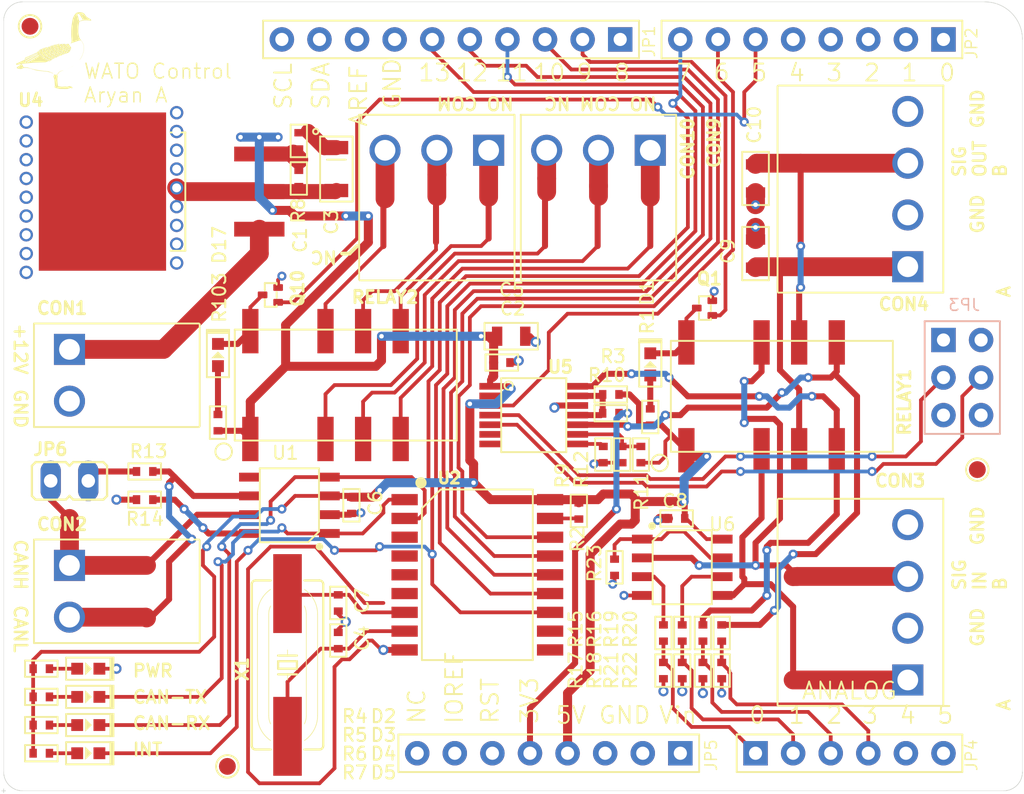
<source format=kicad_pcb>
(kicad_pcb (version 20221018) (generator pcbnew)
  (layers (0 "F.Cu" signal) (31 "B.Cu" signal) (34 "B.Paste" user) (35 "F.Paste" user) (36 "B.SilkS" user "B.Silkscreen") (37 "F.SilkS" user "F.Silkscreen") (38 "B.Mask" user) (39 "F.Mask" user) (44 "Edge.Cuts" user))
  (net 0 "")
  (net 1 "GND")
  (net 2 "CANH")
  (net 3 "TX_CAN")
  (net 4 "RX_CAN")
  (net 5 "ADC1")
  (net 6 "IO0")
  (net 7 "VIN")
  (net 8 "N$16")
  (net 9 "N$17")
  (net 10 "CANL")
  (net 11 "RST_N")
  (net 12 "ADC0")
  (net 13 "IO1")
  (net 14 "V+")
  (net 15 "ADC5")
  (net 16 "ADC2")
  (net 17 "ADC3")
  (net 18 "RST")
  (net 19 "REF")
  (net 20 "ADC7")
  (net 21 "ADC6")
  (net 22 "IO3")
  (net 23 "IO4")
  (net 24 "IO8")
  (net 25 "ADC4")
  (net 26 "MISO_A")
  (net 27 "MISO_B")
  (net 28 "MOSI_A")
  (net 29 "MOSI_B")
  (net 30 "SCK_A")
  (net 31 "SCK_B")
  (net 32 "CS_B")
  (net 33 "CS_A")
  (net 34 "+5V")
  (net 35 "N$3")
  (net 36 "SIGNAL_OUTPUT_B")
  (net 37 "SPOOF_SIGNAL_B")
  (net 38 "SPOOF_SIGNAL_A")
  (net 39 "SIGNAL_OUTPUT_A")
  (net 40 "SIGNAL_INPUT_A")
  (net 41 "SIGNAL_INPUT_B")
  (net 42 "LDAC")
  (net 43 "SHDN")
  (net 44 "+3V3")
  (net 45 "N$7")
  (net 46 "N$4")
  (net 47 "N$6")
  (net 48 "N$1")
  (net 49 "N$5")
  (net 50 "N$8")
  (net 51 "N$2")
  (net 52 "N$9")
  (net 53 "N$10")
  (net 54 "IO2")
  (net 55 "INT")
  (net 56 "SPOOF_EN")
  (net 57 "N$11")
  (net 58 "N$12")
  (net 59 "N$13")
  (net 60 "RELAY_COM_B")
  (net 61 "RELAY_COM_A")
  (net 62 "RELAY_EN")
  (net 63 "N$25")
  (net 64 "N$34")
  (net 65 "RELAY_NC_A")
  (net 66 "RELAY_NO_A")
  (net 67 "RELAY_NO_B")
  (net 68 "RELAY_NC_B")
  (footprint "R0402" (layer "F.Cu") (at 160.00075 123.47595 -90)
    (fp_text reference "R18")
    (fp_text value "10k" hide)
  )
  (footprint "ARDUINO_JP2" (layer "F.Cu") (at 114.15375 131.60395)
    (fp_text reference "JP2" hide)
    (fp_text value "ARDUINO_JP2" hide)
  )
  (footprint "R0402" (layer "F.Cu") (at 161.39775 120.93595 -90)
    (fp_text reference "R19")
    (fp_text value "0" hide)
  )
  (footprint "R0402" (layer "F.Cu") (at 153.01575 112.68095 -90)
    (fp_text reference "R2")
    (fp_text value "10k" hide)
  )
  (footprint "R0402" (layer "F.Cu") (at 116.69375 129.06395 180)
    (fp_text reference "R7")
    (fp_text value "1k" hide)
  )
  (footprint "LED0603" (layer "F.Cu") (at 119.86875 123.34895 180)
    (fp_text reference "D2")
    (fp_text value "Green" hide)
  )
  (footprint "ARDUINO_JP1" (layer "F.Cu") (at 114.15375 131.60395)
    (fp_text reference "JP1" hide)
    (fp_text value "ARDUINO_JP1" hide)
  )
  (footprint "R0402" (layer "F.Cu") (at 116.69375 125.25395 180)
    (fp_text reference "R5")
    (fp_text value "1k" hide)
  )
  (footprint "C0402" (layer "F.Cu") (at 137.64875 112.29995 -90)
    (fp_text reference "C6")
    (fp_text value ".1u" hide)
  )
  (footprint "R0402" (layer "F.Cu") (at 134.09275 87.66195 90)
    (fp_text reference "R8")
    (fp_text value ".3" hide)
  )
  (footprint "R0402" (layer "F.Cu") (at 155.93675 108.87095 -90)
    (fp_text reference "R12")
    (fp_text value "DNP" hide)
  )
  (footprint "KEMET_EE2" (layer "F.Cu") (at 166.73175 104.93395)
    (fp_text reference "RELAY1")
    (fp_text value "RELAY_DPDT" hide)
  )
  (footprint "CP1206" (layer "F.Cu") (at 136.63275 89.56695 -90)
    (fp_text reference "C3")
    (fp_text value "33u" hide)
  )
  (footprint "LED0603" (layer "F.Cu") (at 119.86875 127.15895 180)
    (fp_text reference "D4")
    (fp_text value "Red" hide)
  )
  (footprint "R0402" (layer "F.Cu") (at 162.66775 120.93595 -90)
    (fp_text reference "R20")
    (fp_text value "0" hide)
  )
  (footprint "KEMET_EE2" (layer "F.Cu") (at 137.26775 104.17195)
    (fp_text reference "RELAY2")
    (fp_text value "RELAY_DPDT" hide)
  )
  (footprint "R0402" (layer "F.Cu") (at 123.67875 110.01395 180)
    (fp_text reference "R13")
    (fp_text value "120" hide)
  )
  (footprint "SOIC-8" (layer "F.Cu") (at 160.00075 116.49095 -90)
    (fp_text reference "U6")
    (fp_text value "SN74CBT3306CD")
  )
  (footprint "C0805" (layer "F.Cu") (at 164.95375 95.28195 90)
    (fp_text reference "C9")
    (fp_text value "10u" hide)
  )
  (footprint "PHOENIX_2_45" (layer "F.Cu") (at 118.59875 116.36395 -90)
    (fp_text reference "CON2")
    (fp_text value "CON23.5MM" hide)
  )
  (footprint "LED0603" (layer "F.Cu") (at 119.86875 125.25395 180)
    (fp_text reference "D3")
    (fp_text value "Green" hide)
  )
  (footprint "SOIC18" (layer "F.Cu") (at 146.15775 116.99895 -90)
    (fp_text reference "U2")
    (fp_text value "MCP2515")
  )
  (footprint "LED0603" (layer "F.Cu") (at 119.86875 129.06395 180)
    (fp_text reference "D5")
    (fp_text value "Blue" hide)
  )
  (footprint "R0402" (layer "F.Cu") (at 161.39775 123.47595 -90)
    (fp_text reference "R21")
    (fp_text value "DNP" hide)
  )
  (footprint "R0402" (layer "F.Cu") (at 155.42875 116.49095 -90)
    (fp_text reference "R23")
    (fp_text value "10k" hide)
  )
  (footprint "TP_4545" (layer "F.Cu") (at 115.93175 79.91495)
    (fp_text reference "TP3" hide)
    (fp_text value "" hide)
  )
  (footprint "LOGO" (layer "F.Cu") (at 117.528092 81.557531)
    (fp_text reference "G***" hide)
    (fp_text value "LOGO" hide)
  )
  (footprint "R0402" (layer "F.Cu") (at 157.20675 108.87095 90)
    (fp_text reference "R11")
    (fp_text value "10k" hide)
  )
  (footprint "TSSOP-14" (layer "F.Cu") (at 149.96775 106.20395)
    (fp_text reference "U5")
    (fp_text value "MCP4922T" hide)
  )
  (footprint "ARDUINO_JP5" (layer "F.Cu") (at 114.15375 131.60395)
    (fp_text reference "JP5" hide)
    (fp_text value "ARDUINO_JP5" hide)
  )
  (footprint "R0402" (layer "F.Cu") (at 155.17475 104.80695 180)
    (fp_text reference "R3")
    (fp_text value "0" hide)
  )
  (footprint "EMT3F" (layer "F.Cu") (at 132.69575 98.07595 90)
    (fp_text reference "Q10")
    (fp_text value "RE1C002UN" hide)
  )
  (footprint "ARDUINO_JP3" (layer "F.Cu") (at 114.15375 131.60395)
    (fp_text reference "JP3" hide)
    (fp_text value "ARDUINO_JP3" hide)
  )
  (footprint "R0402" (layer "F.Cu") (at 154.66675 108.87095 -90)
    (fp_text reference "R9")
    (fp_text value "10k" hide)
  )
  (footprint "C0402" (layer "F.Cu") (at 159.61975 113.18895 180)
    (fp_text reference "C8")
    (fp_text value ".1u" hide)
  )
  (footprint "R0402" (layer "F.Cu") (at 116.69375 123.34895 180)
    (fp_text reference "R4")
    (fp_text value "1k" hide)
  )
  (footprint "R0402" (layer "F.Cu") (at 158.73075 120.93595 -90)
    (fp_text reference "R15")
    (fp_text value "0" hide)
  )
  (footprint "R0402" (layer "F.Cu") (at 157.84175 106.33095 -90)
    (fp_text reference "R1")
    (fp_text value "1k" hide)
  )
  (footprint "JP1" (layer "F.Cu") (at 118.59875 110.64895 -90)
    (fp_text reference "JP6")
    (fp_text value "")
  )
  (footprint "C0805" (layer "F.Cu") (at 148.44375 100.86995)
    (fp_text reference "C5")
    (fp_text value "10u" hide)
  )
  (footprint "LED0603" (layer "F.Cu") (at 128.63175 102.13995 -90)
    (fp_text reference "D17")
    (fp_text value "" hide)
  )
  (footprint "PHOENIX_4_45" (layer "F.Cu") (at 175.24075 96.17095 90)
    (fp_text reference "CON4")
    (fp_text value "" hide)
  )
  (footprint "EMT3F" (layer "F.Cu") (at 162.03275 98.96495 90)
    (fp_text reference "Q1")
    (fp_text value "RE1C002UN" hide)
  )
  (footprint "R0402" (layer "F.Cu") (at 160.00075 120.93595 -90)
    (fp_text reference "R16")
    (fp_text value "0" hide)
  )
  (footprint "R0402" (layer "F.Cu") (at 155.17475 106.07695 180)
    (fp_text reference "R10")
    (fp_text value "DNP" hide)
  )
  (footprint "R0402" (layer "F.Cu") (at 123.67875 111.91895 180)
    (fp_text reference "R14")
    (fp_text value "47k" hide)
  )
  (footprint "R0402" (layer "F.Cu") (at 128.63175 106.71195 -90)
    (fp_text reference "R103")
    (fp_text value "1k" hide)
  )
  (footprint "TO-263" (layer "F.Cu") (at 131.42575 91.09095 90)
    (fp_text reference "U4")
    (fp_text value "TL750M" hide)
  )
  (footprint "C0402" (layer "F.Cu") (at 147.80875 102.64795)
    (fp_text reference "C2")
    (fp_text value ".1u" hide)
  )
  (footprint "LED0603" (layer "F.Cu") (at 157.84175 102.77495 -90)
    (fp_text reference "D1")
    (fp_text value "Red" hide)
  )
  (footprint "C0805" (layer "F.Cu") (at 164.95375 90.20195 -90)
    (fp_text reference "C10")
    (fp_text value "10u" hide)
  )
  (footprint "ARDUINO_JP4" (layer "F.Cu") (at 114.15375 131.60395)
    (fp_text reference "JP4" hide)
    (fp_text value "ARDUINO_JP4" hide)
  )
  (footprint "PHOENIX_3_45" (layer "F.Cu") (at 157.84175 88.29695 180)
    (fp_text reference "CON9")
    (fp_text value "CON3" hide)
  )
  (footprint "C0402" (layer "F.Cu") (at 136.75975 118.90395 90)
    (fp_text reference "C7")
    (fp_text value "22p" hide)
  )
  (footprint "TP_4545" (layer "F.Cu") (at 179.93975 109.88695)
    (fp_text reference "TP2" hide)
    (fp_text value "" hide)
  )
  (footprint "R0402" (layer "F.Cu") (at 158.73075 123.47595 -90)
    (fp_text reference "R17")
    (fp_text value "10k" hide)
  )
  (footprint "R0402" (layer "F.Cu") (at 162.66775 123.47595 -90)
    (fp_text reference "R22")
    (fp_text value "DNP" hide)
  )
  (footprint "TP_4545" (layer "F.Cu") (at 129.26675 129.95295)
    (fp_text reference "TP1" hide)
    (fp_text value "" hide)
  )
  (footprint "SOIC8-6.0" (layer "F.Cu") (at 133.45775 112.29995 90)
    (fp_text reference "U1")
    (fp_text value "MCP2551")
  )
  (footprint "PHOENIX_4_45" (layer "F.Cu") (at 175.24075 124.11095 90)
    (fp_text reference "CON3")
    (fp_text value "" hide)
  )
  (footprint "PHOENIX_2_45" (layer "F.Cu") (at 118.59875 101.75895 -90)
    (fp_text reference "CON1")
    (fp_text value "CON23.5MM" hide)
  )
  (footprint "C0402" (layer "F.Cu") (at 134.09275 90.20195 -90)
    (fp_text reference "C1")
    (fp_text value ".1u" hide)
  )
  (footprint "C0402" (layer "F.Cu") (at 136.75975 121.44395 -90)
    (fp_text reference "C4")
    (fp_text value "22p" hide)
  )
  (footprint "R0402" (layer "F.Cu") (at 116.69375 127.15895 180)
    (fp_text reference "R6")
    (fp_text value "1k" hide)
  )
  (footprint "PHOENIX_3_45" (layer "F.Cu") (at 146.91975 88.29695 180)
    (fp_text reference "CON10")
    (fp_text value "CON3" hide)
  )
  (footprint "HC49UP" (layer "F.Cu") (at 133.33075 123.09495 90)
    (fp_text reference "X1")
    (fp_text value "16MHz")
  )
  (gr_line (start 137.01375 95.28195) (end 137.52175 95.28195) (stroke (width 0.254)) (layer "F.SilkS"))
  (gr_line (start 137.52175 95.28195) (end 138.02975 94.77395) (stroke (width 0.254)) (layer "F.SilkS"))
  (gr_arc (start 182.98775 130.33395) (mid 182.615776 131.231976) (end 181.71775 131.60395) (stroke (width 0.0254)) (layer "Edge.Cuts"))
  (gr_arc (start 115.42375 131.60395) (mid 114.525724 131.231976) (end 114.15375 130.33395) (stroke (width 0.0254)) (layer "Edge.Cuts"))
  (gr_line (start 114.15375 79.53395) (end 114.15375 130.33395) (stroke (width 0.0254)) (layer "Edge.Cuts"))
  (gr_arc (start 180.44775 78.26395) (mid 182.243801 79.007899) (end 182.98775 80.80395) (stroke (width 0.0254)) (layer "Edge.Cuts"))
  (gr_arc (start 182.98775 130.33395) (mid 182.615776 131.231976) (end 181.71775 131.60395) (stroke (width 0.0254)) (layer "Edge.Cuts"))
  (gr_arc (start 180.44775 78.26395) (mid 182.243801 79.007899) (end 182.98775 80.80395) (stroke (width 0.0254)) (layer "Edge.Cuts"))
  (gr_line (start 114.15375 131.47695) (end 114.15375 131.73095) (stroke (width 0.05)) (layer "Edge.Cuts"))
  (gr_line (start 114.02675 131.60395) (end 114.28075 131.60395) (stroke (width 0.05)) (layer "Edge.Cuts"))
  (gr_arc (start 182.98775 130.33395) (mid 182.615776 131.231976) (end 181.71775 131.60395) (stroke (width 0.0254)) (layer "Edge.Cuts"))
  (gr_arc (start 115.42375 131.60395) (mid 114.525724 131.231976) (end 114.15375 130.33395) (stroke (width 0.0254)) (layer "Edge.Cuts"))
  (gr_line (start 180.44775 78.26395) (end 115.42375 78.26395) (stroke (width 0.0254)) (layer "Edge.Cuts"))
  (gr_line (start 182.98775 80.80395) (end 182.98775 130.33395) (stroke (width 0.0254)) (layer "Edge.Cuts"))
  (gr_arc (start 115.42375 131.60395) (mid 114.525724 131.231976) (end 114.15375 130.33395) (stroke (width 0.0254)) (layer "Edge.Cuts"))
  (gr_arc (start 182.98775 130.33395) (mid 182.615776 131.231976) (end 181.71775 131.60395) (stroke (width 0.0254)) (layer "Edge.Cuts"))
  (gr_arc (start 114.15375 79.53395) (mid 114.525724 78.635924) (end 115.42375 78.26395) (stroke (width 0.0254)) (layer "Edge.Cuts"))
  (gr_line (start 115.42375 131.60395) (end 181.71775 131.60395) (stroke (width 0.0254)) (layer "Edge.Cuts"))
  (gr_arc (start 115.42375 131.60395) (mid 114.525724 131.231976) (end 114.15375 130.33395) (stroke (width 0.0254)) (layer "Edge.Cuts"))
  (gr_arc (start 114.15375 79.53395) (mid 114.525724 78.635924) (end 115.42375 78.26395) (stroke (width 0.0254)) (layer "Edge.Cuts"))
  (gr_arc (start 114.15375 79.53395) (mid 114.525724 78.635924) (end 115.42375 78.26395) (stroke (width 0.0254)) (layer "Edge.Cuts"))
  (gr_arc (start 180.44775 78.26395) (mid 182.243801 79.007899) (end 182.98775 80.80395) (stroke (width 0.0254)) (layer "Edge.Cuts"))
  (gr_text "NC" (at 136.75975 95.02795 180) (layer "F.SilkS") (effects (font (size 0.85344 0.85344) (thickness 0.16256)) (justify left bottom)))
  (gr_text "GND" (at 114.78875 104.36245 270) (layer "F.SilkS") (effects (font (size 0.85344 0.85344) (thickness 0.16256)) (justify left bottom)))
  (gr_text "NO COM NC" (at 158.34975 84.61395 180) (layer "F.SilkS") (effects (font (size 0.85344 0.85344) (thickness 0.16256)) (justify left bottom)))
  (gr_text "CANH" (at 114.78875 114.52245 270) (layer "F.SilkS") (effects (font (size 0.85344 0.85344) (thickness 0.16256)) (justify left bottom)))
  (gr_text "GND" (at 180.44775 121.95195 90) (layer "F.SilkS") (effects (font (size 0.85344 0.85344) (thickness 0.16256)) (justify left bottom)))
  (gr_text "WATO Control\nAryan A" (at 119.503702 85.149549) (layer "F.SilkS") (effects (font (size 1 1) (thickness 0.1)) (justify left bottom)))
  (gr_text "GND" (at 180.44775 94.01195 90) (layer "F.SilkS") (effects (font (size 0.85344 0.85344) (thickness 0.16256)) (justify left bottom)))
  (gr_text "SIG\nOUT\nB" (at 181.97175 90.20195 90) (layer "F.SilkS") (effects (font (size 0.85344 0.85344) (thickness 0.16256)) (justify left bottom)))
  (gr_text "A" (at 182.22575 98.32995 90) (layer "F.SilkS") (effects (font (size 0.85344 0.85344) (thickness 0.16256)) (justify left bottom)))
  (gr_text "SIG\nIN\nB" (at 181.97175 118.14195 90) (layer "F.SilkS") (effects (font (size 0.85344 0.85344) (thickness 0.16256)) (justify left bottom)))
  (gr_text "PWR" (at 122.78975 123.98395) (layer "F.SilkS") (effects (font (size 0.85344 0.85344) (thickness 0.16256)) (justify left bottom)))
  (gr_text "+12V" (at 114.78875 99.91745 270) (layer "F.SilkS") (effects (font (size 0.85344 0.85344) (thickness 0.16256)) (justify left bottom)))
  (gr_text "GND" (at 180.44775 115.09395 90) (layer "F.SilkS") (effects (font (size 0.85344 0.85344) (thickness 0.16256)) (justify left bottom)))
  (gr_text "GND" (at 180.44775 86.89995 90) (layer "F.SilkS") (effects (font (size 0.85344 0.85344) (thickness 0.16256)) (justify left bottom)))
  (gr_text "CAN-RX" (at 122.78975 127.53995) (layer "F.SilkS") (effects (font (size 0.85344 0.85344) (thickness 0.16256)) (justify left bottom)))
  (gr_text "CAN-TX" (at 122.78975 125.76195) (layer "F.SilkS") (effects (font (size 0.85344 0.85344) (thickness 0.16256)) (justify left bottom)))
  (gr_text "A" (at 182.22575 126.26995 90) (layer "F.SilkS") (effects (font (size 0.85344 0.85344) (thickness 0.16256)) (justify left bottom)))
  (gr_text "CANL" (at 114.78875 118.96745 270) (layer "F.SilkS") (effects (font (size 0.85344 0.85344) (thickness 0.16256)) (justify left bottom)))
  (gr_text "INT" (at 122.78975 129.31795) (layer "F.SilkS") (effects (font (size 0.85344 0.85344) (thickness 0.16256)) (justify left bottom)))
  (gr_text "NO COM" (at 148.69775 84.61395 180) (layer "F.SilkS") (effects (font (size 0.85344 0.85344) (thickness 0.16256)) (justify left bottom)))
  (segment (start 134.09275 91.09095) (end 131.42575 91.09095) (width 1.016) (layer "F.Cu") (net 1))
  (segment (start 136.75975 119.45395) (end 136.75975 119.66595) (width 0.254) (layer "F.Cu") (net 1))
  (segment (start 126.09175 91.09095) (end 125.83775 90.83695) (width 1.27) (layer "F.Cu") (net 1))
  (segment (start 134.09275 91.09095) (end 136.55875 91.09095) (width 1.016) (layer "F.Cu") (net 1))
  (segment (start 131.42575 131.09595) (end 130.66375 130.33395) (width 0.254) (layer "F.Cu") (net 1))
  (segment (start 136.55875 91.09095) (end 136.63275 91.01695) (width 1.016) (layer "F.Cu") (net 1))
  (segment (start 138.24175 112.84995) (end 138.28375 112.80795) (width 0.4064) (layer "F.Cu") (net 1))
  (segment (start 155.42875 117.04095) (end 155.42875 117.50695) (width 0.254) (layer "F.Cu") (net 1))
  (segment (start 151.50675 105.55395) (end 151.36475 105.69595) (width 0.4064) (layer "F.Cu") (net 1))
  (segment (start 164.95375 94.33195) (end 164.95375 93.50395) (width 1.27) (layer "F.Cu") (net 1))
  (segment (start 137.64875 112.84995) (end 138.24175 112.84995) (width 0.4064) (layer "F.Cu") (net 1))
  (segment (start 135.48975 131.09595) (end 131.42575 131.09595) (width 0.254) (layer "F.Cu") (net 1))
  (segment (start 136.50575 123.22195) (end 136.50575 130.07995) (width 0.254) (layer "F.Cu") (net 1))
  (segment (start 154.11675 109.42095) (end 154.03175 109.50595) (width 0.4064) (layer "F.Cu") (net 1))
  (segment (start 149.71375 100.86995) (end 150.09475 101.25095) (width 0.4064) (layer "F.Cu") (net 1))
  (segment (start 132.69575 97.05995) (end 132.94975 96.80595) (width 0.254) (layer "F.Cu") (net 1))
  (segment (start 138.79175 121.44395) (end 137.52175 122.71395) (width 0.254) (layer "F.Cu") (net 1))
  (segment (start 149.39375 100.86995) (end 149.71375 100.86995) (width 0.4064) (layer "F.Cu") (net 1))
  (segment (start 160.00075 124.02595) (end 160.00075 124.87295) (width 0.254) (layer "F.Cu") (net 1))
  (segment (start 139.68075 122.07895) (end 139.04575 121.44395) (width 0.254) (layer "F.Cu") (net 1))
  (segment (start 154.66675 109.42095) (end 154.11675 109.42095) (width 0.4064) (layer "F.Cu") (net 1))
  (segment (start 137.56375 112.93495) (end 137.64875 112.84995) (width 0.4064) (layer "F.Cu") (net 1))
  (segment (start 162.03275 97.94895) (end 162.15975 97.82195) (width 0.254) (layer "F.Cu") (net 1))
  (segment (start 158.47675 113.18895) (end 158.34975 113.31595) (width 0.6096) (layer "F.Cu") (net 1))
  (segment (start 159.06975 113.18895) (end 158.47675 113.18895) (width 0.6096) (layer "F.Cu") (net 1))
  (segment (start 120.61875 123.34895) (end 121.77375 123.34895) (width 0.254) (layer "F.Cu") (net 1))
  (segment (start 155.42875 117.50695) (end 155.30175 117.63395) (width 0.254) (layer "F.Cu") (net 1))
  (segment (start 130.66375 116.61795) (end 132.18775 115.09395) (width 0.254) (layer "F.Cu") (net 1))
  (segment (start 157.30075 118.39595) (end 156.06375 118.39595) (width 0.254) (layer "F.Cu") (net 1))
  (segment (start 136.75975 120.68195) (end 137.26775 120.17395) (width 0.254) (layer "F.Cu") (net 1))
  (segment (start 131.42575 91.09095) (end 126.09175 91.09095) (width 1.27) (layer "F.Cu") (net 1))
  (segment (start 152.91775 105.55395) (end 151.50675 105.55395) (width 0.4064) (layer "F.Cu") (net 1))
  (segment (start 134.09275 90.75195) (end 134.09275 91.09095) (width 0.254) (layer "F.Cu") (net 1))
  (segment (start 137.01375 122.71395) (end 136.50575 123.22195) (width 0.254) (layer "F.Cu") (net 1))
  (segment (start 139.04575 121.44395) (end 138.79175 121.44395) (width 0.254) (layer "F.Cu") (net 1))
  (segment (start 164.95375 91.15195) (end 164.95375 91.97995) (width 1.27) (layer "F.Cu") (net 1))
  (segment (start 136.75975 120.89395) (end 136.75975 120.68195) (width 0.254) (layer "F.Cu") (net 1))
  (segment (start 136.15775 112.93495) (end 137.56375 112.93495) (width 0.4064) (layer "F.Cu") (net 1))
  (segment (start 132.69575 97.57595) (end 132.69575 97.05995) (width 0.254) (layer "F.Cu") (net 1))
  (segment (start 161.39775 124.02595) (end 161.39775 124.99995) (width 0.254) (layer "F.Cu") (net 1))
  (segment (start 135.23575 115.09395) (end 138.53775 118.90395) (width 0.254) (layer "F.Cu") (net 1))
  (segment (start 123.12875 111.91895) (end 121.77375 111.91895) (width 0.4064) (layer "F.Cu") (net 1))
  (segment (start 162.66775 124.02595) (end 162.66775 124.99995) (width 0.254) (layer "F.Cu") (net 1))
  (segment (start 162.03275 98.46495) (end 162.03275 97.94895) (width 0.254) (layer "F.Cu") (net 1))
  (segment (start 158.73075 124.02595) (end 158.73075 124.87295) (width 0.254) (layer "F.Cu") (net 1))
  (segment (start 148.82475 102.64795) (end 148.95175 102.52095) (width 0.4064) (layer "F.Cu") (net 1))
  (segment (start 138.53775 118.90395) (end 139.80775 118.90395) (width 0.254) (layer "F.Cu") (net 1))
  (segment (start 148.35875 102.64795) (end 148.82475 102.64795) (width 0.4064) (layer "F.Cu") (net 1))
  (segment (start 155.93675 109.42095) (end 154.66675 109.42095) (width 0.254) (layer "F.Cu") (net 1))
  (segment (start 141.24285 122.07895) (end 139.80775 122.07895) (width 0.4064) (layer "F.Cu") (net 1))
  (segment (start 136.75975 119.66595) (end 137.26775 120.17395) (width 0.254) (layer "F.Cu") (net 1))
  (segment (start 136.50575 130.07995) (end 135.48975 131.09595) (width 0.254) (layer "F.Cu") (net 1))
  (segment (start 130.66375 130.33395) (end 130.66375 116.61795) (width 0.254) (layer "F.Cu") (net 1))
  (segment (start 139.80775 122.07895) (end 139.68075 122.07895) (width 0.254) (layer "F.Cu") (net 1))
  (segment (start 137.52175 122.71395) (end 137.01375 122.71395) (width 0.254) (layer "F.Cu") (net 1))
  (segment (start 132.18775 115.09395) (end 135.23575 115.09395) (width 0.254) (layer "F.Cu") (net 1))
  (via (at 132.94975 96.80595) (size 0.6096) (drill 0.3048) (layers "F.Cu" "B.Cu") (net 1))
  (via (at 162.66775 124.99995) (size 0.6096) (drill 0.3048) (layers "F.Cu" "B.Cu") (net 1))
  (via (at 164.95375 93.50395) (size 0.6096) (drill 0.3048) (layers "F.Cu" "B.Cu") (net 1))
  (via (at 125.83775 95.91695) (size 0.9048) (drill 0.6) (layers "F.Cu" "B.Cu") (net 1))
  (via (at 121.77375 111.91895) (size 0.6858) (drill 0.381) (layers "F.Cu" "B.Cu") (net 1))
  (via (at 160.00075 124.87295) (size 0.6858) (drill 0.381) (layers "F.Cu" "B.Cu") (net 1))
  (via (at 154.03175 109.50595) (size 0.6096) (drill 0.3048) (layers "F.Cu" "B.Cu") (net 1))
  (via (at 125.83775 85.75695) (size 0.9048) (drill 0.6) (layers "F.Cu" "B.Cu") (net 1))
  (via (at 125.83775 93.37695) (size 0.9048) (drill 0.6) (layers "F.Cu" "B.Cu") (net 1))
  (via (at 115.67775 91.47195) (size 0.9048) (drill 0.6) (layers "F.Cu" "B.Cu") (net 1))
  (via (at 139.80775 122.07895) (size 0.6858) (drill 0.381) (layers "F.Cu" "B.Cu") (net 1))
  (via (at 125.83775 87.02695) (size 0.9048) (drill 0.6) (layers "F.Cu" "B.Cu") (net 1))
  (via (at 115.67775 92.74195) (size 0.9048) (drill 0.6) (layers "F.Cu" "B.Cu") (net 1))
  (via (at 115.67775 90.20195) (size 0.9048) (drill 0.6) (layers "F.Cu" "B.Cu") (net 1))
  (via (at 137.26775 120.17395) (size 0.6858) (drill 0.381) (layers "F.Cu" "B.Cu") (net 1))
  (via (at 164.95375 91.97995) (size 0.6096) (drill 0.3048) (layers "F.Cu" "B.Cu") (net 1))
  (via (at 121.77375 123.34895) (size 0.6858) (drill 0.381) (layers "F.Cu" "B.Cu") (net 1))
  (via (at 125.83775 94.64695) (size 0.9048) (drill 0.6) (layers "F.Cu" "B.Cu") (net 1))
  (via (at 151.36475 105.69595) (size 0.6858) (drill 0.381) (layers "F.Cu" "B.Cu") (net 1))
  (via (at 148.95175 102.52095) (size 0.6858) (drill 0.381) (layers "F.Cu" "B.Cu") (net 1))
  (via (at 125.83775 88.29695) (size 0.9048) (drill 0.6) (layers "F.Cu" "B.Cu") (net 1))
  (via (at 115.67775 87.66195) (size 0.9048) (drill 0.6) (layers "F.Cu" "B.Cu") (net 1))
  (via (at 125.83775 89.56695) (size 0.9048) (drill 0.6) (layers "F.Cu" "B.Cu") (net 1))
  (via (at 161.39775 124.99995) (size 0.6858) (drill 0.381) (layers "F.Cu" "B.Cu") (net 1))
  (via (at 125.83775 90.83695) (size 0.9048) (drill 0.6) (layers "F.Cu" "B.Cu") (net 1))
  (via (at 115.67775 94.01195) (size 0.9048) (drill 0.6) (layers "F.Cu" "B.Cu") (net 1))
  (via (at 138.28375 112.80795) (size 0.6096) (drill 0.3048) (layers "F.Cu" "B.Cu") (net 1))
  (via (at 162.15975 97.82195) (size 0.6096) (drill 0.3048) (layers "F.Cu" "B.Cu") (net 1))
  (via (at 115.67775 96.55195) (size 0.9048) (drill 0.6) (layers "F.Cu" "B.Cu") (net 1))
  (via (at 125.83775 92.10695) (size 0.9048) (drill 0.6) (layers "F.Cu" "B.Cu") (net 1))
  (via (at 115.67775 88.93195) (size 0.9048) (drill 0.6) (layers "F.Cu" "B.Cu") (net 1))
  (via (at 115.67775 95.28195) (size 0.9048) (drill 0.6) (layers "F.Cu" "B.Cu") (net 1))
  (via (at 156.06375 118.39595) (size 0.6096) (drill 0.3048) (layers "F.Cu" "B.Cu") (net 1))
  (via (at 155.30175 117.63395) (size 0.6096) (drill 0.3048) (layers "F.Cu" "B.Cu") (net 1))
  (via (at 158.73075 124.87295) (size 0.6858) (drill 0.381) (layers "F.Cu" "B.Cu") (net 1))
  (via (at 150.09475 101.25095) (size 0.6858) (drill 0.381) (layers "F.Cu" "B.Cu") (net 1))
  (via (at 115.67775 86.39195) (size 0.9048) (drill 0.6) (layers "F.Cu" "B.Cu") (net 1))
  (via (at 158.34975 113.31595) (size 0.6096) (drill 0.3048) (layers "F.Cu" "B.Cu") (net 1))
  (segment (start 117.32875 110.64895) (end 117.32875 111.91895) (width 0.4064) (layer "F.Cu") (net 2))
  (segment (start 118.59875 113.18895) (end 117.32875 111.91895) (width 0.4064) (layer "F.Cu") (net 2))
  (segment (start 130.75775 112.93495) (end 127.23475 112.93495) (width 0.4064) (layer "F.Cu") (net 2))
  (segment (start 118.59875 116.36395) (end 118.59875 113.18895) (width 1.27) (layer "F.Cu") (net 2))
  (segment (start 127.23475 112.93495) (end 123.80575 116.36395) (width 0.4064) (layer "F.Cu") (net 2))
  (segment (start 123.80575 116.36395) (end 118.59875 116.36395) (width 1.27) (layer "F.Cu") (net 2))
  (segment (start 127.61575 125.25395) (end 128.88575 123.98395) (width 0.254) (layer "F.Cu") (net 3))
  (segment (start 136.15775 114.20495) (end 133.33075 114.20495) (width 0.254) (layer "F.Cu") (net 3))
  (segment (start 133.33075 114.20495) (end 132.94975 113.82395) (width 0.254) (layer "F.Cu") (net 3))
  (segment (start 139.80775 112.29995) (end 139.80775 112.80795) (width 0.254) (layer "F.Cu") (net 3))
  (segment (start 120.61875 125.25395) (end 127.61575 125.25395) (width 0.254) (layer "F.Cu") (net 3))
  (segment (start 141.24285 111.91895) (end 140.18875 111.91895) (width 0.254) (layer "F.Cu") (net 3))
  (segment (start 138.41075 114.20495) (end 136.15775 114.20495) (width 0.254) (layer "F.Cu") (net 3))
  (segment (start 138.41075 114.20495) (end 139.80775 112.80795) (width 0.254) (layer "F.Cu") (net 3))
  (segment (start 128.88575 116.36395) (end 128.63175 116.10995) (width 0.254) (layer "F.Cu") (net 3))
  (segment (start 132.94975 113.82395) (end 133.20375 114.07795) (width 0.254) (layer "F.Cu") (net 3))
  (segment (start 140.18875 111.91895) (end 139.80775 112.29995) (width 0.254) (layer "F.Cu") (net 3))
  (segment (start 128.88575 123.98395) (end 128.88575 116.36395) (width 0.254) (layer "F.Cu") (net 3))
  (via (at 128.63175 116.10995) (size 0.6096) (drill 0.3048) (layers "F.Cu" "B.Cu") (net 3))
  (via (at 132.94975 113.82395) (size 0.6096) (drill 0.3048) (layers "F.Cu" "B.Cu") (net 3))
  (segment (start 129.64775 115.60195) (end 129.64775 114.83995) (width 0.254) (layer "B.Cu") (net 3))
  (segment (start 129.64775 114.83995) (end 130.40975 114.07795) (width 0.254) (layer "B.Cu") (net 3))
  (segment (start 130.40975 114.07795) (end 132.69575 114.07795) (width 0.254) (layer "B.Cu") (net 3))
  (segment (start 128.63175 116.10995) (end 129.13975 116.10995) (width 0.254) (layer "B.Cu") (net 3))
  (segment (start 129.13975 116.10995) (end 129.64775 115.60195) (width 0.254) (layer "B.Cu") (net 3))
  (segment (start 132.69575 114.07795) (end 132.94975 113.82395) (width 0.254) (layer "B.Cu") (net 3))
  (segment (start 142.22075 113.18895) (end 142.60175 112.80795) (width 0.254) (layer "F.Cu") (net 4))
  (segment (start 142.22075 110.90295) (end 142.34775 111.02995) (width 0.254) (layer "F.Cu") (net 4))
  (segment (start 129.39375 126.52395) (end 129.39375 115.60195) (width 0.254) (layer "F.Cu") (net 4))
  (segment (start 120.61875 127.15895) (end 128.75875 127.15895) (width 0.254) (layer "F.Cu") (net 4))
  (segment (start 142.60175 111.28395) (end 142.34775 111.02995) (width 0.254) (layer "F.Cu") (net 4))
  (segment (start 141.24285 113.18895) (end 142.22075 113.18895) (width 0.254) (layer "F.Cu") (net 4))
  (segment (start 136.15775 110.39495) (end 133.83875 110.39495) (width 0.254) (layer "F.Cu") (net 4))
  (segment (start 141.71275 110.39495) (end 136.15775 110.39495) (width 0.254) (layer "F.Cu") (net 4))
  (segment (start 128.75875 127.15895) (end 129.39375 126.52395) (width 0.254) (layer "F.Cu") (net 4))
  (segment (start 141.71275 110.39495) (end 142.22075 110.90295) (width 0.254) (layer "F.Cu") (net 4))
  (segment (start 142.60175 112.80795) (end 142.60175 111.28395) (width 0.254) (layer "F.Cu") (net 4))
  (segment (start 142.22075 110.90295) (end 142.09375 110.77595) (width 0.254) (layer "F.Cu") (net 4))
  (segment (start 129.39375 115.60195) (end 128.88575 115.09395) (width 0.254) (layer "F.Cu") (net 4))
  (segment (start 132.18775 112.04595) (end 132.18775 113.31595) (width 0.254) (layer "F.Cu") (net 4))
  (segment (start 133.83875 110.39495) (end 132.18775 112.04595) (width 0.254) (layer "F.Cu") (net 4))
  (via (at 132.18775 113.31595) (size 0.6096) (drill 0.3048) (layers "F.Cu" "B.Cu") (net 4))
  (via (at 128.88575 115.09395) (size 0.6096) (drill 0.3048) (layers "F.Cu" "B.Cu") (net 4))
  (segment (start 131.93375 113.56995) (end 132.18775 113.31595) (width 0.254) (layer "B.Cu") (net 4))
  (segment (start 130.15575 113.56995) (end 131.93375 113.56995) (width 0.254) (layer "B.Cu") (net 4))
  (segment (start 128.88575 114.83995) (end 130.15575 113.56995) (width 0.254) (layer "B.Cu") (net 4))
  (segment (start 128.88575 115.09395) (end 128.88575 114.83995) (width 0.254) (layer "B.Cu") (net 4))
  (segment (start 160.00075 121.48595) (end 160.00075 122.92595) (width 0.254) (layer "F.Cu") (net 5))
  (segment (start 160.63575 123.47595) (end 160.63575 126.01595) (width 0.254) (layer "F.Cu") (net 5))
  (segment (start 166.47775 126.77795) (end 167.49375 127.79395) (width 0.254) (layer "F.Cu") (net 5))
  (segment (start 160.08575 122.92595) (end 160.63575 123.47595) (width 0.254) (layer "F.Cu") (net 5))
  (segment (start 167.49375 127.79395) (end 167.49375 129.06395) (width 0.254) (layer "F.Cu") (net 5))
  (segment (start 160.00075 122.92595) (end 160.08575 122.92595) (width 0.254) (layer "F.Cu") (net 5))
  (segment (start 161.39775 126.77795) (end 166.47775 126.77795) (width 0.254) (layer "F.Cu") (net 5))
  (segment (start 160.63575 126.01595) (end 161.39775 126.77795) (width 0.254) (layer "F.Cu") (net 5))
  (segment (start 138.41075 119.53895) (end 137.47975 118.35395) (width 0.254) (layer "F.Cu") (net 8))
  (segment (start 136.75975 118.35395) (end 133.41575 118.35395) (width 0.254) (layer "F.Cu") (net 8))
  (segment (start 133.41575 118.35395) (end 133.33075 118.26895) (width 0.254) (layer "F.Cu") (net 8))
  (segment (start 141.24285 119.53895) (end 138.41075 119.53895) (width 0.254) (layer "F.Cu") (net 8))
  (segment (start 136.75975 118.35395) (end 137.47975 118.35395) (width 0.254) (layer "F.Cu") (net 8))
  (segment (start 133.33075 124.23795) (end 135.57475 121.99395) (width 0.254) (layer "F.Cu") (net 9))
  (segment (start 138.66475 120.80895) (end 137.47975 121.99395) (width 0.254) (layer "F.Cu") (net 9))
  (segment (start 141.24285 120.80895) (end 138.66475 120.80895) (width 0.254) (layer "F.Cu") (net 9))
  (segment (start 136.75975 121.99395) (end 135.57475 121.99395) (width 0.254) (layer "F.Cu") (net 9))
  (segment (start 136.75975 121.99395) (end 137.47975 121.99395) (width 0.254) (layer "F.Cu") (net 9))
  (segment (start 133.33075 127.92095) (end 133.33075 124.23795) (width 0.254) (layer "F.Cu") (net 9))
  (segment (start 130.75775 111.66495) (end 126.98075 111.66495) (width 0.4064) (layer "F.Cu") (net 10))
  (segment (start 123.74975 119.86395) (end 124.11575 119.86395) (width 0.4064) (layer "F.Cu") (net 10))
  (segment (start 125.32975 116.10995) (end 126.85375 114.58595) (width 0.4064) (layer "F.Cu") (net 10))
  (segment (start 124.11575 119.86395) (end 125.32975 118.64995) (width 0.4064) (layer "F.Cu") (net 10))
  (segment (start 125.32975 110.01395) (end 124.22875 110.01395) (width 0.4064) (layer "F.Cu") (net 10))
  (segment (start 125.71075 110.39495) (end 126.98075 111.66495) (width 0.4064) (layer "F.Cu") (net 10))
  (segment (start 125.32975 111.02995) (end 125.32975 110.77595) (width 0.4064) (layer "F.Cu") (net 10))
  (segment (start 123.74975 119.86395) (end 123.80575 119.91995) (width 1.27) (layer "F.Cu") (net 10))
  (segment (start 125.32975 110.77595) (end 125.71075 110.39495) (width 0.4064) (layer "F.Cu") (net 10))
  (segment (start 118.59875 119.86395) (end 123.74975 119.86395) (width 1.27) (layer "F.Cu") (net 10))
  (segment (start 125.71075 110.39495) (end 125.32975 110.01395) (width 0.4064) (layer "F.Cu") (net 10))
  (segment (start 125.32975 118.64995) (end 125.32975 116.10995) (width 0.4064) (layer "F.Cu") (net 10))
  (via (at 126.85375 114.58595) (size 0.6096) (drill 0.3048) (layers "F.Cu" "B.Cu") (net 10))
  (via (at 125.32975 111.02995) (size 0.6096) (drill 0.3048) (layers "F.Cu" "B.Cu") (net 10))
  (segment (start 126.85375 114.58595) (end 125.32975 113.06195) (width 0.4064) (layer "B.Cu") (net 10))
  (segment (start 125.32975 113.06195) (end 125.32975 111.02995) (width 0.4064) (layer "B.Cu") (net 10))
  (segment (start 151.07265 113.18895) (end 152.97375 113.18895) (width 0.254) (layer "F.Cu") (net 11))
  (segment (start 152.97375 113.18895) (end 153.01575 113.23095) (width 0.254) (layer "F.Cu") (net 11))
  (segment (start 158.81575 122.92595) (end 159.36575 123.47595) (width 0.254) (layer "F.Cu") (net 12))
  (segment (start 158.73075 121.48595) (end 158.73075 122.92595) (width 0.254) (layer "F.Cu") (net 12))
  (segment (start 163.17575 127.28595) (end 164.95375 129.06395) (width 0.254) (layer "F.Cu") (net 12))
  (segment (start 158.73075 122.92595) (end 158.81575 122.92595) (width 0.254) (layer "F.Cu") (net 12))
  (segment (start 159.36575 123.47595) (end 159.36575 126.01595) (width 0.254) (layer "F.Cu") (net 12))
  (segment (start 159.36575 126.01595) (end 160.63575 127.28595) (width 0.254) (layer "F.Cu") (net 12))
  (segment (start 160.63575 127.28595) (end 163.17575 127.28595) (width 0.254) (layer "F.Cu") (net 12))
  (segment (start 118.59875 101.75895) (end 124.94875 101.75895) (width 1.27) (layer "F.Cu") (net 14))
  (segment (start 124.94875 101.75895) (end 131.42575 95.28195) (width 1.27) (layer "F.Cu") (net 14))
  (segment (start 131.42575 95.28195) (end 131.42575 93.63095) (width 1.27) (layer "F.Cu") (net 14))
  (segment (start 161.39775 122.92595) (end 161.48275 122.92595) (width 0.254) (layer "F.Cu") (net 16))
  (segment (start 170.03375 127.79395) (end 170.03375 129.06395) (width 0.254) (layer "F.Cu") (net 16))
  (segment (start 168.50975 126.26995) (end 170.03375 127.79395) (width 0.254) (layer "F.Cu") (net 16))
  (segment (start 162.66775 126.26995) (end 168.50975 126.26995) (width 0.254) (layer "F.Cu") (net 16))
  (segment (start 162.03275 125.63495) (end 162.66775 126.26995) (width 0.254) (layer "F.Cu") (net 16))
  (segment (start 161.48275 122.92595) (end 162.03275 123.47595) (width 0.254) (layer "F.Cu") (net 16))
  (segment (start 162.03275 123.47595) (end 162.03275 125.63495) (width 0.254) (layer "F.Cu") (net 16))
  (segment (start 161.39775 121.48595) (end 161.39775 122.92595) (width 0.254) (layer "F.Cu") (net 16))
  (segment (start 162.66775 122.92595) (end 162.66775 122.96795) (width 0.254) (layer "F.Cu") (net 17))
  (segment (start 172.57375 127.53995) (end 172.57375 129.06395) (width 0.254) (layer "F.Cu") (net 17))
  (segment (start 162.66775 121.48595) (end 162.66775 122.92595) (width 0.254) (layer "F.Cu") (net 17))
  (segment (start 163.25195 125.33015) (end 163.68375 125.76195) (width 0.254) (layer "F.Cu") (net 17))
  (segment (start 163.68375 125.76195) (end 170.79575 125.76195) (width 0.254) (layer "F.Cu") (net 17))
  (segment (start 162.66775 122.96795) (end 163.17575 123.47595) (width 0.254) (layer "F.Cu") (net 17))
  (segment (start 163.17575 123.588819) (end 163.25195 123.665019) (width 0.254) (layer "F.Cu") (net 17))
  (segment (start 163.25195 123.665019) (end 163.25195 125.33015) (width 0.254) (layer "F.Cu") (net 17))
  (segment (start 170.79575 125.76195) (end 172.57375 127.53995) (width 0.254) (layer "F.Cu") (net 17))
  (segment (start 163.17575 123.47595) (end 163.17575 123.588819) (width 0.254) (layer "F.Cu") (net 17))
  (segment (start 144.63375 110.26795) (end 144.63375 113.06195) (width 0.254) (layer "F.Cu") (net 27))
  (segment (start 161.90575 94.26595) (end 161.90575 85.12195) (width 0.254) (layer "F.Cu") (net 27))
  (segment (start 160.12775 83.34395) (end 150.22175 83.34395) (width 0.254) (layer "F.Cu") (net 27))
  (segment (start 145.64975 80.80395) (end 145.64975 81.56595) (width 0.254) (layer "F.Cu") (net 27))
  (segment (start 157.84175 98.32995) (end 161.90575 94.26595) (width 0.254) (layer "F.Cu") (net 27))
  (segment (start 149.45975 82.58195) (end 146.66575 82.58195) (width 0.254) (layer "F.Cu") (net 27))
  (segment (start 144.37975 110.01395) (end 144.63375 110.26795) (width 0.254) (layer "F.Cu") (net 27))
  (segment (start 150.22175 83.34395) (end 149.45975 82.58195) (width 0.254) (layer "F.Cu") (net 27))
  (segment (start 146.15775 98.32995) (end 157.84175 98.32995) (width 0.254) (layer "F.Cu") (net 27))
  (segment (start 161.90575 85.12195) (end 160.12775 83.34395) (width 0.254) (layer "F.Cu") (net 27))
  (segment (start 151.07265 115.72895) (end 147.30075 115.72895) (width 0.254) (layer "F.Cu") (net 27))
  (segment (start 145.14175 103.91795) (end 145.14175 99.34595) (width 0.254) (layer "F.Cu") (net 27))
  (segment (start 144.37975 104.67995) (end 145.14175 103.91795) (width 0.254) (layer "F.Cu") (net 27))
  (segment (start 145.14175 99.34595) (end 146.15775 98.32995) (width 0.254) (layer "F.Cu") (net 27))
  (segment (start 146.66575 82.58195) (end 145.64975 81.56595) (width 0.254) (layer "F.Cu") (net 27))
  (segment (start 144.63375 113.06195) (end 147.30075 115.72895) (width 0.254) (layer "F.Cu") (net 27))
  (segment (start 144.37975 104.67995) (end 144.37975 110.01395) (width 0.254) (layer "F.Cu") (net 27))
  (segment (start 162.66775 110.01395) (end 161.65175 111.02995) (width 0.254) (layer "F.Cu") (net 28))
  (segment (start 177.14575 109.50595) (end 173.58975 109.50595) (width 0.254) (layer "F.Cu") (net 28))
  (segment (start 173.08175 110.01395) (end 172.82775 110.01395) (width 0.254) (layer "F.Cu") (net 28))
  (segment (start 163.93775 110.01395) (end 162.66775 110.01395) (width 0.254) (layer "F.Cu") (net 28))
  (segment (start 152.76175 110.77595) (end 157.33375 110.77595) (width 0.254) (layer "F.Cu") (net 28))
  (segment (start 180.19375 103.66395) (end 178.92375 104.93395) (width 0.254) (layer "F.Cu") (net 28))
  (segment (start 157.58775 111.02995) (end 157.33375 110.77595) (width 0.254) (layer "F.Cu") (net 28))
  (segment (start 173.58975 109.50595) (end 173.08175 110.01395) (width 0.254) (layer "F.Cu") (net 28))
  (segment (start 147.01775 106.85395) (end 148.83975 106.85395) (width 0.254) (layer "F.Cu") (net 28))
  (segment (start 148.83975 106.85395) (end 152.76175 110.77595) (width 0.254) (layer "F.Cu") (net 28))
  (segment (start 161.65175 111.02995) (end 157.58775 111.02995) (width 0.254) (layer "F.Cu") (net 28))
  (segment (start 178.92375 104.93395) (end 178.92375 107.72795) (width 0.254) (layer "F.Cu") (net 28))
  (segment (start 178.92375 107.72795) (end 177.14575 109.50595) (width 0.254) (layer "F.Cu") (net 28))
  (via (at 163.93775 110.01395) (size 0.6096) (drill 0.3048) (layers "F.Cu" "B.Cu") (net 28))
  (via (at 172.82775 110.01395) (size 0.6096) (drill 0.3048) (layers "F.Cu" "B.Cu") (net 28))
  (segment (start 172.82775 110.01395) (end 163.93775 110.01395) (width 0.254) (layer "B.Cu") (net 28))
  (segment (start 144.12575 110.52195) (end 143.87175 110.26795) (width 0.254) (layer "F.Cu") (net 29))
  (segment (start 144.63375 103.66395) (end 144.63375 99.09195) (width 0.254) (layer "F.Cu") (net 29))
  (segment (start 159.87375 83.85195) (end 148.69775 83.85195) (width 0.254) (layer "F.Cu") (net 29))
  (segment (start 147.30075 116.99895) (end 144.12575 113.82395) (width 0.254) (layer "F.Cu") (net 29))
  (segment (start 157.58775 97.82195) (end 161.39775 94.01195) (width 0.254) (layer "F.Cu") (net 29))
  (segment (start 161.39775 85.37595) (end 159.87375 83.85195) (width 0.254) (layer "F.Cu") (net 29))
  (segment (start 144.12575 113.82395) (end 144.12575 110.52195) (width 0.254) (layer "F.Cu") (net 29))
  (segment (start 151.07265 116.99895) (end 147.30075 116.99895) (width 0.254) (layer "F.Cu") (net 29))
  (segment (start 161.39775 94.01195) (end 161.39775 85.37595) (width 0.254) (layer "F.Cu") (net 29))
  (segment (start 143.87175 110.26795) (end 143.87175 104.42595) (width 0.254) (layer "F.Cu") (net 29))
  (segment (start 143.87175 104.42595) (end 144.63375 103.66395) (width 0.254) (layer "F.Cu") (net 29))
  (segment (start 145.90375 97.82195) (end 157.58775 97.82195) (width 0.254) (layer "F.Cu") (net 29))
  (segment (start 148.69775 83.85195) (end 148.18975 83.34395) (width 0.254) (layer "F.Cu") (net 29))
  (segment (start 144.63375 99.09195) (end 145.90375 97.82195) (width 0.254) (layer "F.Cu") (net 29))
  (via (at 148.18975 83.34395) (size 0.6096) (drill 0.3048) (layers "F.Cu" "B.Cu") (net 29))
  (segment (start 148.18975 80.80395) (end 148.18975 83.34395) (width 0.254) (layer "B.Cu") (net 29))
  (segment (start 175.11375 108.99795) (end 172.82775 108.99795) (width 0.254) (layer "F.Cu") (net 30))
  (segment (start 157.84175 110.52195) (end 157.58775 110.26795) (width 0.254) (layer "F.Cu") (net 30))
  (segment (start 162.92175 108.99795) (end 161.39775 110.52195) (width 0.254) (layer "F.Cu") (net 30))
  (segment (start 147.01775 106.20395) (end 148.95175 106.20395) (width 0.254) (layer "F.Cu") (net 30))
  (segment (start 161.39775 110.52195) (end 157.84175 110.52195) (width 0.254) (layer "F.Cu") (net 30))
  (segment (start 176.12975 105.18795) (end 176.12975 107.98195) (width 0.254) (layer "F.Cu") (net 30))
  (segment (start 177.65375 103.66395) (end 176.12975 105.18795) (width 0.254) (layer "F.Cu") (net 30))
  (segment (start 163.93775 108.99795) (end 162.92175 108.99795) (width 0.254) (layer "F.Cu") (net 30))
  (segment (start 153.01575 110.26795) (end 157.58775 110.26795) (width 0.254) (layer "F.Cu") (net 30))
  (segment (start 176.12975 107.98195) (end 175.11375 108.99795) (width 0.254) (layer "F.Cu") (net 30))
  (segment (start 148.95175 106.20395) (end 153.01575 110.26795) (width 0.254) (layer "F.Cu") (net 30))
  (via (at 172.82775 108.99795) (size 0.6096) (drill 0.3048) (layers "F.Cu" "B.Cu") (net 30))
  (via (at 163.93775 108.99795) (size 0.6096) (drill 0.3048) (layers "F.Cu" "B.Cu") (net 30))
  (segment (start 172.82775 108.99795) (end 163.93775 108.99795) (width 0.254) (layer "B.Cu") (net 30))
  (segment (start 151.07265 118.26895) (end 147.04675 118.26895) (width 0.254) (layer "F.Cu") (net 31))
  (segment (start 143.61775 114.83995) (end 143.61775 110.77595) (width 0.254) (layer "F.Cu") (net 31))
  (segment (start 160.88975 93.75795) (end 160.88975 85.62995) (width 0.254) (layer "F.Cu") (net 31))
  (segment (start 145.90375 84.35995) (end 143.10975 81.56595) (width 0.254) (layer "F.Cu") (net 31))
  (segment (start 145.64975 97.31395) (end 157.33375 97.31395) (width 0.254) (layer "F.Cu") (net 31))
  (segment (start 144.12575 103.40995) (end 144.12575 98.83795) (width 0.254) (layer "F.Cu") (net 31))
  (segment (start 159.61975 84.35995) (end 145.90375 84.35995) (width 0.254) (layer "F.Cu") (net 31))
  (segment (start 157.33375 97.31395) (end 160.88975 93.75795) (width 0.254) (layer "F.Cu") (net 31))
  (segment (start 147.04675 118.26895) (end 143.61775 114.83995) (width 0.254) (layer "F.Cu") (net 31))
  (segment (start 160.88975 85.62995) (end 159.61975 84.35995) (width 0.254) (layer "F.Cu") (net 31))
  (segment (start 144.12575 98.83795) (end 145.64975 97.31395) (width 0.254) (layer "F.Cu") (net 31))
  (segment (start 143.61775 110.77595) (end 143.36375 110.52195) (width 0.254) (layer "F.Cu") (net 31))
  (segment (start 143.36375 110.52195) (end 143.36375 104.17195) (width 0.254) (layer "F.Cu") (net 31))
  (segment (start 143.36375 104.17195) (end 144.12575 103.40995) (width 0.254) (layer "F.Cu") (net 31))
  (segment (start 143.10975 81.56595) (end 143.10975 80.80395) (width 0.254) (layer "F.Cu") (net 31))
  (segment (start 160.38175 82.83595) (end 152.50775 82.83595) (width 0.254) (layer "F.Cu") (net 32))
  (segment (start 146.41175 98.83795) (end 158.09575 98.83795) (width 0.254) (layer "F.Cu") (net 32))
  (segment (start 145.64975 104.17195) (end 144.88775 104.93395) (width 0.254) (layer "F.Cu") (net 32))
  (segment (start 150.72975 81.05795) (end 150.72975 80.80395) (width 0.254) (layer "F.Cu") (net 32))
  (segment (start 145.14175 112.80795) (end 146.79275 114.45895) (width 0.254) (layer "F.Cu") (net 32))
  (segment (start 144.88775 104.93395) (end 144.88775 109.75995) (width 0.254) (layer "F.Cu") (net 32))
  (segment (start 145.64975 104.17195) (end 145.64975 99.59995) (width 0.254) (layer "F.Cu") (net 32))
  (segment (start 144.88775 109.75995) (end 145.14175 110.01395) (width 0.254) (layer "F.Cu") (net 32))
  (segment (start 145.64975 99.59995) (end 146.41175 98.83795) (width 0.254) (layer "F.Cu") (net 32))
  (segment (start 162.41375 84.86795) (end 160.38175 82.83595) (width 0.254) (layer "F.Cu") (net 32))
  (segment (start 158.09575 98.83795) (end 162.41375 94.51995) (width 0.254) (layer "F.Cu") (net 32))
  (segment (start 162.41375 94.51995) (end 162.41375 84.86795) (width 0.254) (layer "F.Cu") (net 32))
  (segment (start 145.14175 110.01395) (end 145.14175 112.80795) (width 0.254) (layer "F.Cu") (net 32))
  (segment (start 152.50775 82.83595) (end 150.72975 81.05795) (width 0.254) (layer "F.Cu") (net 32))
  (segment (start 146.79275 114.45895) (end 151.07265 114.45895) (width 0.254) (layer "F.Cu") (net 32))
  (segment (start 150.98375 100.61595) (end 152.25375 99.34595) (width 0.254) (layer "F.Cu") (net 33))
  (segment (start 153.77775 82.32795) (end 160.63575 82.32795) (width 0.254) (layer "F.Cu") (net 33))
  (segment (start 148.58575 105.55395) (end 150.98375 103.15595) (width 0.254) (layer "F.Cu") (net 33))
  (segment (start 150.98375 103.15595) (end 150.98375 100.61595) (width 0.254) (layer "F.Cu") (net 33))
  (segment (start 153.26975 80.80395) (end 153.26975 81.81995) (width 0.254) (layer "F.Cu") (net 33))
  (segment (start 162.92175 94.77395) (end 162.92175 84.61395) (width 0.254) (layer "F.Cu") (net 33))
  (segment (start 162.92175 84.61395) (end 160.63575 82.32795) (width 0.254) (layer "F.Cu") (net 33))
  (segment (start 147.01775 105.55395) (end 148.58575 105.55395) (width 0.254) (layer "F.Cu") (net 33))
  (segment (start 152.25375 99.34595) (end 158.34975 99.34595) (width 0.254) (layer "F.Cu") (net 33))
  (segment (start 153.26975 81.81995) (end 153.77775 82.32795) (width 0.254) (layer "F.Cu") (net 33))
  (segment (start 158.34975 99.34595) (end 162.92175 94.77395) (width 0.254) (layer "F.Cu") (net 33))
  (segment (start 158.85775 108.99795) (end 158.85775 107.98195) (width 0.254) (layer "F.Cu") (net 34))
  (segment (start 145.90375 110.77595) (end 145.90375 109.50595) (width 0.6096) (layer "F.Cu") (net 34))
  (segment (start 116.14375 129.06395) (end 116.14375 127.15895) (width 0.254) (layer "F.Cu") (net 34))
  (segment (start 146.91975 100.86995) (end 147.49375 100.86995) (width 0.6096) (layer "F.Cu") (net 34))
  (segment (start 127.61575 115.34795) (end 127.86975 115.09395) (width 0.254) (layer "F.Cu") (net 34))
  (segment (start 147.01775 104.25395) (end 147.01775 103.81995) (width 0.4064) (layer "F.Cu") (net 34))
  (segment (start 156.82575 111.79195) (end 156.57175 111.53795) (width 0.6096) (layer "F.Cu") (net 34))
  (segment (start 152.25375 129.06395) (end 152.25375 124.99995) (width 0.6096) (layer "F.Cu") (net 34))
  (segment (start 116.14375 127.15895) (end 116.14375 125.25395) (width 0.254) (layer "F.Cu") (net 34))
  (segment (start 158.85775 107.98195) (end 159.27125 107.56845) (width 0.254) (layer "F.Cu") (net 34))
  (segment (start 133.71175 88.55095) (end 134.09275 88.93195) (width 1.27) (layer "F.Cu") (net 34))
  (segment (start 158.43475 109.42095) (end 158.85775 108.99795) (width 0.254) (layer "F.Cu") (net 34))
  (segment (start 137.64875 111.74995) (end 139.08775 111.74995) (width 0.6096) (layer "F.Cu") (net 34))
  (segment (start 145.64975 109.25195) (end 145.64975 105.44195) (width 0.6096) (layer "F.Cu") (net 34))
  (segment (start 156.57175 111.53795) (end 154.66675 111.53795) (width 0.6096) (layer "F.Cu") (net 34))
  (segment (start 148.27175 104.25395) (end 147.01775 104.25395) (width 0.4064) (layer "F.Cu") (net 34))
  (segment (start 156.57175 113.56995) (end 156.82575 113.31595) (width 0.6096) (layer "F.Cu") (net 34))
  (segment (start 116.14375 123.34895) (end 116.14375 122.75595) (width 0.254) (layer "F.Cu") (net 34))
  (segment (start 147.25875 103.57895) (end 147.25875 102.64795) (width 0.6096) (layer "F.Cu") (net 34))
  (segment (start 130.81775 107.81695) (end 130.26275 107.26195) (width 0.4064) (layer "F.Cu") (net 34))
  (segment (start 133.20375 102.90195) (end 139.29975 102.90195) (width 0.6096) (layer "F.Cu") (net 34))
  (segment (start 133.20375 102.90195) (end 133.20375 100.10795) (width 0.6096) (layer "F.Cu") (net 34))
  (segment (start 136.15775 111.66495) (end 133.83875 111.66495) (width 0.254) (layer "F.Cu") (net 34))
  (segment (start 134.09275 89.65195) (end 134.09275 88.93195) (width 0.254) (layer "F.Cu") (net 34))
  (segment (start 153.01575 111.91895) (end 154.28575 111.91895) (width 0.6096) (layer "F.Cu") (net 34))
  (segment (start 152.25375 124.99995) (end 153.77775 123.47595) (width 0.6096) (layer "F.Cu") (net 34))
  (segment (start 134.09275 88.21195) (end 134.05075 88.21195) (width 0.254) (layer "F.Cu") (net 34))
  (segment (start 128.37775 117.12595) (end 127.61575 116.36395) (width 0.254) (layer "F.Cu") (net 34))
  (segment (start 116.14375 125.25395) (end 116.14375 123.34895) (width 0.254) (layer "F.Cu") (net 34))
  (segment (start 131.42575 88.55095) (end 133.71175 88.55095) (width 1.016) (layer "F.Cu") (net 34))
  (segment (start 156.82575 111.79195) (end 157.07975 112.04595) (width 0.4064) (layer "F.Cu") (net 34))
  (segment (start 154.66675 111.53795) (end 154.28575 111.91895) (width 0.6096) (layer "F.Cu") (net 34))
  (segment (start 137.26775 92.74195) (end 133.83875 92.74195) (width 0.6096) (layer "F.Cu") (net 34))
  (segment (start 147.17375 103.66395) (end 147.01775 103.81995) (width 0.4064) (layer "F.Cu") (net 34))
  (segment (start 128.37775 121.18995) (end 128.37775 117.12595) (width 0.254) (layer "F.Cu") (net 34))
  (segment (start 155.80975 113.56995) (end 156.57175 113.56995) (width 0.6096) (layer "F.Cu") (net 34))
  (segment (start 137.56375 111.66495) (end 137.64875 111.74995) (width 0.4064) (layer "F.Cu") (net 34))
  (segment (start 139.68075 102.52095) (end 139.29975 102.90195) (width 0.6096) (layer "F.Cu") (net 34))
  (segment (start 147.25875 103.57895) (end 147.17375 103.66395) (width 0.6096) (layer "F.Cu") (net 34))
  (segment (start 160.70075 108.99795) (end 160.28175 108.57895) (width 0.6096) (layer "F.Cu") (net 34))
  (segment (start 161.65175 108.99795) (end 160.70075 108.99795) (width 0.6096) (layer "F.Cu") (net 34))
  (segment (start 160.12775 112.04595) (end 157.07975 112.04595) (width 0.6096) (layer "F.Cu") (net 34))
  (segment (start 159.27125 107.56845) (end 158.58375 106.88095) (width 0.4064) (layer "F.Cu") (net 34))
  (segment (start 147.04675 111.91895) (end 145.90375 110.77595) (width 0.6096) (layer "F.Cu") (net 34))
  (segment (start 134.05075 88.21195) (end 133.71175 88.55095) (width 0.254) (layer "F.Cu") (net 34))
  (segment (start 151.07265 111.91895) (end 147.04675 111.91895) (width 0.6096) (layer "F.Cu") (net 34))
  (segment (start 157.20675 109.42095) (end 158.43475 109.42095) (width 0.254) (layer "F.Cu") (net 34))
  (segment (start 147.25875 102.64795) (end 147.25875 101.20895) (width 0.6096) (layer "F.Cu") (net 34))
  (segment (start 146.91975 100.86995) (end 146.41175 100.86995) (width 0.6096) (layer "F.Cu") (net 34))
  (segment (start 162.70075 114.58595) (end 161.65175 114.58595) (width 0.254) (layer "F.Cu") (net 34))
  (segment (start 157.84175 106.88095) (end 157.24875 106.88095) (width 0.4064) (layer "F.Cu") (net 34))
  (segment (start 127.36175 122.20595) (end 128.37775 121.18995) (width 0.254) (layer "F.Cu") (net 34))
  (segment (start 160.28175 108.57895) (end 159.27125 107.56845) (width 0.4064) (layer "F.Cu") (net 34))
  (segment (start 157.07975 105.44195) (end 157.07975 106.71195) (width 0.4064) (layer "F.Cu") (net 34))
  (segment (start 155.72475 104.80695) (end 156.44475 104.80695) (width 0.4064) (layer "F.Cu") (net 34))
  (segment (start 156.82575 113.31595) (end 156.82575 111.79195) (width 0.6096) (layer "F.Cu") (net 34))
  (segment (start 153.01575 111.91895) (end 151.07265 111.91895) (width 0.6096) (layer "F.Cu") (net 34))
  (segment (start 116.69375 122.20595) (end 127.36175 122.20595) (width 0.254) (layer "F.Cu") (net 34))
  (segment (start 130.81775 107.81695) (end 130.81775 105.28795) (width 0.6096) (layer "F.Cu") (net 34))
  (segment (start 156.44475 104.80695) (end 157.07975 105.44195) (width 0.4064) (layer "F.Cu") (net 34))
  (segment (start 160.25475 113.18895) (end 160.16975 113.18895) (width 0.254) (layer "F.Cu") (net 34))
  (segment (start 130.81775 105.28795) (end 133.20375 102.90195) (width 0.6096) (layer "F.Cu") (net 34))
  (segment (start 158.58375 106.88095) (end 157.84175 106.88095) (width 0.4064) (layer "F.Cu") (net 34))
  (segment (start 139.08775 111.74995) (end 139.55375 111.28395) (width 0.6096) (layer "F.Cu") (net 34))
  (segment (start 160.16975 113.18895) (end 160.16975 112.08795) (width 0.4064) (layer "F.Cu") (net 34))
  (segment (start 153.77775 123.47595) (end 153.77775 115.60195) (width 0.6096) (layer "F.Cu") (net 34))
  (segment (start 160.16975 112.08795) (end 160.12775 112.04595) (width 0.4064) (layer "F.Cu") (net 34))
  (segment (start 133.20375 100.10795) (end 138.79175 94.51995) (width 0.6096) (layer "F.Cu") (net 34))
  (segment (start 139.68075 100.86995) (end 139.68075 102.52095) (width 0.6096) (layer "F.Cu") (net 34))
  (segment (start 157.24875 106.88095) (end 157.07975 106.71195) (width 0.4064) (layer "F.Cu") (net 34))
  (segment (start 138.79175 94.51995) (end 138.79175 92.74195) (width 0.6096) (layer "F.Cu") (net 34))
  (segment (start 133.83875 111.66495) (end 132.94975 112.55395) (width 0.254) (layer "F.Cu") (net 34))
  (segment (start 133.83875 92.74195) (end 133.45775 92.36095) (width 0.6096) (layer "F.Cu") (net 34))
  (segment (start 133.45775 92.36095) (end 132.31475 92.36095) (width 0.6096) (layer "F.Cu") (net 34))
  (segment (start 116.14375 122.75595) (end 116.69375 122.20595) (width 0.254) (layer "F.Cu") (net 34))
  (segment (start 153.01575 112.13095) (end 153.01575 111.91895) (width 0.6096) (layer "F.Cu") (net 34))
  (segment (start 137.56375 111.66495) (end 136.15775 111.66495) (width 0.4064) (layer "F.Cu") (net 34))
  (segment (start 153.77775 115.60195) (end 155.80975 113.56995) (width 0.6096) (layer "F.Cu") (net 34))
  (segment (start 128.63175 107.26195) (end 130.26275 107.26195) (width 0.4064) (layer "F.Cu") (net 34))
  (segment (start 161.65175 114.58595) (end 160.25475 113.18895) (width 0.254) (layer "F.Cu") (net 34))
  (segment (start 145.90375 109.50595) (end 145.64975 109.25195) (width 0.6096) (layer "F.Cu") (net 34))
  (segment (start 127.61575 116.36395) (end 127.61575 115.34795) (width 0.254) (layer "F.Cu") (net 34))
  (segment (start 148.27175 104.25395) (end 148.44375 104.42595) (width 0.4064) (layer "F.Cu") (net 34))
  (segment (start 147.25875 101.20895) (end 146.91975 100.86995) (width 0.6096) (layer "F.Cu") (net 34))
  (via (at 132.31475 92.36095) (size 0.6096) (drill 0.3048) (layers "F.Cu" "B.Cu") (net 34))
  (via (at 146.41175 100.86995) (size 0.6096) (drill 0.3048) (layers "F.Cu" "B.Cu") (net 34))
  (via (at 132.94975 112.55395) (size 0.6096) (drill 0.3048) (layers "F.Cu" "B.Cu") (net 34))
  (via (at 148.44375 104.42595) (size 0.6096) (drill 0.3048) (layers "F.Cu" "B.Cu") (net 34))
  (via (at 145.90375 110.77595) (size 0.6096) (drill 0.3048) (layers "F.Cu" "B.Cu") (net 34))
  (via (at 139.55375 111.28395) (size 0.6096) (drill 0.3048) (layers "F.Cu" "B.Cu") (net 34))
  (via (at 130.15575 87.40795) (size 0.6096) (drill 0.3048) (layers "F.Cu" "B.Cu") (net 34))
  (via (at 138.79175 92.74195) (size 0.6096) (drill 0.3048) (layers "F.Cu" "B.Cu") (net 34))
  (via (at 161.65175 108.99795) (size 0.6096) (drill 0.3048) (layers "F.Cu" "B.Cu") (net 34))
  (via (at 132.69575 87.40795) (size 0.6096) (drill 0.3048) (layers "F.Cu" "B.Cu") (net 34))
  (via (at 160.12775 112.04595) (size 0.6096) (drill 0.3048) (layers "F.Cu" "B.Cu") (net 34))
  (via (at 137.26775 92.74195) (size 0.6096) (drill 0.3048) (layers "F.Cu" "B.Cu") (net 34))
  (via (at 145.64975 105.44195) (size 0.6096) (drill 0.3048) (layers "F.Cu" "B.Cu") (net 34))
  (via (at 127.86975 115.09395) (size 0.6096) (drill 0.3048) (layers "F.Cu" "B.Cu") (net 34))
  (via (at 139.68075 100.86995) (size 0.6096) (drill 0.3048) (layers "F.Cu" "B.Cu") (net 34))
  (via (at 131.42575 87.40795) (size 0.6096) (drill 0.3048) (layers "F.Cu" "B.Cu") (net 34))
  (segment (start 138.79175 92.74195) (end 137.26775 92.74195) (width 0.6096) (layer "B.Cu") (net 34))
  (segment (start 146.41175 100.86995) (end 139.68075 100.86995) (width 0.6096) (layer "B.Cu") (net 34))
  (segment (start 129.64775 113.06195) (end 131.17175 113.06195) (width 0.254) (layer "B.Cu") (net 34))
  (segment (start 145.90375 110.77595) (end 140.06175 110.77595) (width 0.6096) (layer "B.Cu") (net 34))
  (segment (start 131.17175 113.06195) (end 131.67975 112.55395) (width 0.254) (layer "B.Cu") (net 34))
  (segment (start 140.06175 110.77595) (end 139.55375 111.28395) (width 0.6096) (layer "B.Cu") (net 34))
  (segment (start 130.15575 87.40795) (end 131.42575 87.40795) (width 0.6096) (layer "B.Cu") (net 34))
  (segment (start 147.42775 105.44195) (end 148.44375 104.42595) (width 0.6096) (layer "B.Cu") (net 34))
  (segment (start 127.86975 114.83995) (end 129.64775 113.06195) (width 0.254) (layer "B.Cu") (net 34))
  (segment (start 127.86975 115.09395) (end 127.86975 114.83995) (width 0.254) (layer "B.Cu") (net 34))
  (segment (start 160.12775 110.52195) (end 161.65175 108.99795) (width 0.6096) (layer "B.Cu") (net 34))
  (segment (start 131.67975 112.55395) (end 132.94975 112.55395) (width 0.254) (layer "B.Cu") (net 34))
  (segment (start 145.64975 105.44195) (end 147.42775 105.44195) (width 0.6096) (layer "B.Cu") (net 34))
  (segment (start 160.12775 112.04595) (end 160.12775 110.52195) (width 0.6096) (layer "B.Cu") (net 34))
  (segment (start 131.42575 91.47195) (end 132.31475 92.36095) (width 0.6096) (layer "B.Cu") (net 34))
  (segment (start 131.42575 87.40795) (end 132.69575 87.40795) (width 0.6096) (layer "B.Cu") (net 34))
  (segment (start 131.42575 87.40795) (end 131.42575 91.47195) (width 0.6096) (layer "B.Cu") (net 34))
  (segment (start 160.28175 99.66595) (end 160.98275 98.96495) (width 0.254) (layer "F.Cu") (net 35))
  (segment (start 159.54575 102.02495) (end 160.28175 101.28895) (width 0.4064) (layer "F.Cu") (net 35))
  (segment (start 157.84175 102.02495) (end 159.54575 102.02495) (width 0.4064) (layer "F.Cu") (net 35))
  (segment (start 160.28175 101.28895) (end 160.28175 99.66595) (width 0.254) (layer "F.Cu") (net 35))
  (segment (start 165.03475 89.17095) (end 164.95375 89.25195) (width 1.27) (layer "F.Cu") (net 36))
  (segment (start 168.00175 89.17095) (end 175.24075 89.17095) (width 1.27) (layer "F.Cu") (net 36))
  (segment (start 167.90175 97.66795) (end 168.00175 97.56795) (width 0.4064) (layer "F.Cu") (net 36))
  (segment (start 168.00175 94.77395) (end 168.00175 89.17095) (width 0.4064) (layer "F.Cu") (net 36))
  (segment (start 168.00175 89.17095) (end 165.03475 89.17095) (width 1.27) (layer "F.Cu") (net 36))
  (segment (start 167.90175 101.28895) (end 167.90175 97.66795) (width 0.4064) (layer "F.Cu") (net 36))
  (via (at 168.00175 97.56795) (size 0.6096) (drill 0.3048) (layers "F.Cu" "B.Cu") (net 36))
  (via (at 168.00175 94.77395) (size 0.6096) (drill 0.3048) (layers "F.Cu" "B.Cu") (net 36))
  (segment (start 168.00175 97.56795) (end 168.00175 94.77395) (width 0.4064) (layer "B.Cu") (net 36))
  (segment (start 159.87375 106.20395) (end 160.38175 105.69595) (width 0.4064) (layer "F.Cu") (net 37))
  (segment (start 152.91775 106.85395) (end 156.20575 106.85395) (width 0.4064) (layer "F.Cu") (net 37))
  (segment (start 167.49375 115.60195) (end 169.01775 115.60195) (width 0.4064) (layer "F.Cu") (net 37))
  (segment (start 165.71575 105.69595) (end 166.73175 104.67995) (width 0.4064) (layer "F.Cu") (net 37))
  (segment (start 171.81175 104.93395) (end 170.28775 103.40995) (width 0.4064) (layer "F.Cu") (net 37))
  (segment (start 160.38175 105.69595) (end 165.71575 105.69595) (width 0.4064) (layer "F.Cu") (net 37))
  (segment (start 169.01775 115.60195) (end 171.81175 112.80795) (width 0.4064) (layer "F.Cu") (net 37))
  (segment (start 162.66775 120.38595) (end 165.24975 120.38595) (width 0.4064) (layer "F.Cu") (net 37))
  (segment (start 170.03375 103.66395) (end 168.50975 103.66395) (width 0.4064) (layer "F.Cu") (net 37))
  (segment (start 170.28775 103.40995) (end 170.44175 103.25595) (width 0.4064) (layer "F.Cu") (net 37))
  (segment (start 171.81175 112.80795) (end 171.81175 104.93395) (width 0.4064) (layer "F.Cu") (net 37))
  (segment (start 165.24975 120.38595) (end 166.22375 119.41195) (width 0.4064) (layer "F.Cu") (net 37))
  (segment (start 156.20575 106.85395) (end 156.31775 106.96595) (width 0.4064) (layer "F.Cu") (net 37))
  (segment (start 158.85775 106.20395) (end 159.87375 106.20395) (width 0.4064) (layer "F.Cu") (net 37))
  (segment (start 170.28775 103.40995) (end 170.03375 103.66395) (width 0.4064) (layer "F.Cu") (net 37))
  (segment (start 170.44175 101.28895) (end 170.44175 103.25595) (width 0.4064) (layer "F.Cu") (net 37))
  (via (at 166.73175 104.67995) (size 0.6096) (drill 0.3048) (layers "F.Cu" "B.Cu") (net 37))
  (via (at 158.85775 106.20395) (size 0.6096) (drill 0.3048) (layers "F.Cu" "B.Cu") (net 37))
  (via (at 156.31775 106.96595) (size 0.6096) (drill 0.3048) (layers "F.Cu" "B.Cu") (net 37))
  (via (at 167.49375 115.60195) (size 0.6096) (drill 0.3048) (layers "F.Cu" "B.Cu") (net 37))
  (via (at 166.22375 119.41195) (size 0.6096) (drill 0.3048) (layers "F.Cu" "B.Cu") (net 37))
  (via (at 168.50975 103.66395) (size 0.6096) (drill 0.3048) (layers "F.Cu" "B.Cu") (net 37))
  (segment (start 166.22375 119.41195) (end 166.47775 119.15795) (width 0.4064) (layer "B.Cu") (net 37))
  (segment (start 166.73175 104.67995) (end 166.98575 104.67995) (width 0.4064) (layer "B.Cu") (net 37))
  (segment (start 166.98575 104.67995) (end 168.00175 103.66395) (width 0.4064) (layer "B.Cu") (net 37))
  (segment (start 156.31775 106.96595) (end 158.09575 106.96595) (width 0.4064) (layer "B.Cu") (net 37))
  (segment (start 168.00175 103.66395) (end 168.50975 103.66395) (width 0.4064) (layer "B.Cu") (net 37))
  (segment (start 158.09575 106.96595) (end 158.85775 106.20395) (width 0.4064) (layer "B.Cu") (net 37))
  (segment (start 166.47775 119.15795) (end 166.47775 116.61795) (width 0.4064) (layer "B.Cu") (net 37))
  (segment (start 166.47775 116.61795) (end 167.49375 115.60195) (width 0.4064) (layer "B.Cu") (net 37))
  (segment (start 165.71575 115.09395) (end 165.71575 115.34795) (width 0.4064) (layer "F.Cu") (net 38))
  (segment (start 170.44175 105.84995) (end 169.52575 104.93395) (width 0.4064) (layer "F.Cu") (net 38))
  (segment (start 170.44175 105.84995) (end 170.44175 108.57895) (width 0.4064) (layer "F.Cu") (net 38))
  (segment (start 159.11175 103.66395) (end 160.38175 104.93395) (width 0.4064) (layer "F.Cu") (net 38))
  (segment (start 169.52575 104.93395) (end 168.76375 104.93395) (width 0.4064) (layer "F.Cu") (net 38))
  (segment (start 152.91775 104.25395) (end 153.94975 104.25395) (width 0.4064) (layer "F.Cu") (net 38))
  (segment (start 170.44175 112.90795) (end 168.50975 114.83995) (width 0.4064) (layer "F.Cu") (net 38))
  (segment (start 160.38175 104.93395) (end 165.20775 104.93395) (width 0.4064) (layer "F.Cu") (net 38))
  (segment (start 161.39775 119.91995) (end 161.90575 119.41195) (width 0.4064) (layer "F.Cu") (net 38))
  (segment (start 154.79375 103.40995) (end 156.57175 103.40995) (width 0.4064) (layer "F.Cu") (net 38))
  (segment (start 153.94975 104.25395) (end 154.79375 103.40995) (width 0.4064) (layer "F.Cu") (net 38))
  (segment (start 168.50975 114.83995) (end 165.96975 114.83995) (width 0.4064) (layer "F.Cu") (net 38))
  (segment (start 161.39775 120.38595) (end 161.39775 119.91995) (width 0.4064) (layer "F.Cu") (net 38))
  (segment (start 170.44175 108.57895) (end 170.44175 112.90795) (width 0.4064) (layer "F.Cu") (net 38))
  (segment (start 165.96975 114.83995) (end 165.71575 115.09395) (width 0.4064) (layer "F.Cu") (net 38))
  (segment (start 161.90575 119.41195) (end 164.69975 119.41195) (width 0.4064) (layer "F.Cu") (net 38))
  (segment (start 164.69975 119.41195) (end 165.71575 118.39595) (width 0.4064) (layer "F.Cu") (net 38))
  (via (at 156.57175 103.40995) (size 0.6096) (drill 0.3048) (layers "F.Cu" "B.Cu") (net 38))
  (via (at 159.11175 103.66395) (size 0.6096) (drill 0.3048) (layers "F.Cu" "B.Cu") (net 38))
  (via (at 165.71575 115.34795) (size 0.6096) (drill 0.3048) (layers "F.Cu" "B.Cu") (net 38))
  (via (at 165.20775 104.93395) (size 0.6096) (drill 0.3048) (layers "F.Cu" "B.Cu") (net 38))
  (via (at 168.76375 104.93395) (size 0.6096) (drill 0.3048) (layers "F.Cu" "B.Cu") (net 38))
  (via (at 165.71575 118.39595) (size 0.6096) (drill 0.3048) (layers "F.Cu" "B.Cu") (net 38))
  (segment (start 167.23975 105.69595) (end 168.00175 104.93395) (width 0.4064) (layer "B.Cu") (net 38))
  (segment (start 156.57175 103.40995) (end 158.85775 103.40995) (width 0.4064) (layer "B.Cu") (net 38))
  (segment (start 165.20775 104.93395) (end 165.71575 104.93395) (width 0.4064) (layer "B.Cu") (net 38))
  (segment (start 168.00175 104.93395) (end 168.76375 104.93395) (width 0.4064) (layer "B.Cu") (net 38))
  (segment (start 165.71575 115.34795) (end 165.71575 118.39595) (width 0.4064) (layer "B.Cu") (net 38))
  (segment (start 158.85775 103.40995) (end 159.11175 103.66395) (width 0.4064) (layer "B.Cu") (net 38))
  (segment (start 165.71575 104.93395) (end 166.47775 105.69595) (width 0.4064) (layer "B.Cu") (net 38))
  (segment (start 166.47775 105.69595) (end 167.23975 105.69595) (width 0.4064) (layer "B.Cu") (net 38))
  (segment (start 166.60475 103.15595) (end 166.60475 96.55195) (width 0.4064) (layer "F.Cu") (net 39))
  (segment (start 165.01475 96.17095) (end 164.95375 96.23195) (width 1.27) (layer "F.Cu") (net 39))
  (segment (start 167.90175 104.45295) (end 166.60475 103.15595) (width 0.4064) (layer "F.Cu") (net 39))
  (segment (start 166.22375 96.17095) (end 165.01475 96.17095) (width 1.27) (layer "F.Cu") (net 39))
  (segment (start 167.90175 108.57895) (end 167.90175 104.45295) (width 0.4064) (layer "F.Cu") (net 39))
  (segment (start 166.22375 96.17095) (end 175.24075 96.17095) (width 1.27) (layer "F.Cu") (net 39))
  (segment (start 166.60475 96.55195) (end 166.22375 96.17095) (width 0.4064) (layer "F.Cu") (net 39))
  (segment (start 164.19175 117.63395) (end 164.19175 117.25295) (width 0.4064) (layer "F.Cu") (net 40))
  (segment (start 164.19175 117.25295) (end 164.06475 117.12595) (width 0.4064) (layer "F.Cu") (net 40))
  (segment (start 165.36175 113.16195) (end 165.36175 108.57895) (width 0.4064) (layer "F.Cu") (net 40))
  (segment (start 164.06475 114.45895) (end 165.36175 113.16195) (width 0.4064) (layer "F.Cu") (net 40))
  (segment (start 165.96975 117.63395) (end 167.49375 119.15795) (width 0.4064) (layer "F.Cu") (net 40))
  (segment (start 164.19175 117.63395) (end 165.96975 117.63395) (width 0.4064) (layer "F.Cu") (net 40))
  (segment (start 167.49375 119.15795) (end 167.49375 124.11095) (width 0.4064) (layer "F.Cu") (net 40))
  (segment (start 163.42975 118.39595) (end 164.19175 117.63395) (width 0.4064) (layer "F.Cu") (net 40))
  (segment (start 167.49375 124.11095) (end 175.24075 124.11095) (width 1.27) (layer "F.Cu") (net 40))
  (segment (start 164.06475 117.12595) (end 164.06475 114.45895) (width 0.4064) (layer "F.Cu") (net 40))
  (segment (start 162.70075 118.39595) (end 163.42975 118.39595) (width 0.4064) (layer "F.Cu") (net 40))
  (segment (start 167.76275 117.11095) (end 167.49375 117.12595) (width 1.27) (layer "F.Cu") (net 41))
  (segment (start 166.60475 106.83895) (end 166.22375 106.45795) (width 0.4064) (layer "F.Cu") (net 41))
  (segment (start 164.44575 106.45795) (end 164.19175 106.71195) (width 0.4064) (layer "F.Cu") (net 41))
  (segment (start 157.30075 115.85595) (end 160.63575 115.85595) (width 0.4064) (layer "F.Cu") (net 41))
  (segment (start 166.22375 106.45795) (end 164.44575 106.45795) (width 0.4064) (layer "F.Cu") (net 41))
  (segment (start 164.69975 103.91795) (end 164.19175 103.91795) (width 0.4064) (layer "F.Cu") (net 41))
  (segment (start 164.95375 116.36395) (end 164.95375 114.83995) (width 0.4064) (layer "F.Cu") (net 41))
  (segment (start 167.76275 117.11095) (end 175.24075 117.11095) (width 1.27) (layer "F.Cu") (net 41))
  (segment (start 167.01575 116.36395) (end 164.95375 116.36395) (width 0.4064) (layer "F.Cu") (net 41))
  (segment (start 166.60475 113.18895) (end 166.60475 106.83895) (width 0.4064) (layer "F.Cu") (net 41))
  (segment (start 164.95375 114.83995) (end 166.60475 113.18895) (width 0.4064) (layer "F.Cu") (net 41))
  (segment (start 167.01575 116.36395) (end 167.76275 117.11095) (width 0.4064) (layer "F.Cu") (net 41))
  (segment (start 160.63575 115.85595) (end 161.14375 116.36395) (width 0.4064) (layer "F.Cu") (net 41))
  (segment (start 165.36175 103.25595) (end 164.69975 103.91795) (width 0.4064) (layer "F.Cu") (net 41))
  (segment (start 165.36175 101.28895) (end 165.36175 103.25595) (width 0.4064) (layer "F.Cu") (net 41))
  (via (at 164.19175 103.91795) (size 0.6096) (drill 0.3048) (layers "F.Cu" "B.Cu") (net 41))
  (via (at 164.19175 106.71195) (size 0.6096) (drill 0.3048) (layers "F.Cu" "B.Cu") (net 41))
  (via (at 164.95375 116.36395) (size 0.6096) (drill 0.3048) (layers "F.Cu" "B.Cu") (net 41))
  (via (at 161.14375 116.36395) (size 0.6096) (drill 0.3048) (layers "F.Cu" "B.Cu") (net 41))
  (segment (start 164.19175 106.71195) (end 164.19175 103.91795) (width 0.4064) (layer "B.Cu") (net 41))
  (segment (start 161.14375 116.36395) (end 164.95375 116.36395) (width 0.4064) (layer "B.Cu") (net 41))
  (segment (start 152.91775 108.15395) (end 154.49975 108.15395) (width 0.254) (layer "F.Cu") (net 42))
  (segment (start 154.49975 108.15395) (end 154.66675 108.32095) (width 0.254) (layer "F.Cu") (net 42))
  (segment (start 152.91775 107.50395) (end 155.71275 107.50395) (width 0.254) (layer "F.Cu") (net 43))
  (segment (start 155.93675 108.32095) (end 155.93675 107.72795) (width 0.254) (layer "F.Cu") (net 43))
  (segment (start 155.93675 107.72795) (end 155.71275 107.50395) (width 0.254) (layer "F.Cu") (net 43))
  (segment (start 155.93675 108.32095) (end 157.20675 108.32095) (width 0.254) (layer "F.Cu") (net 43))
  (segment (start 152.76175 122.96795) (end 152.76175 115.34795) (width 0.4064) (layer "F.Cu") (net 44))
  (segment (start 155.72475 106.07695) (end 156.31775 106.07695) (width 0.4064) (layer "F.Cu") (net 44))
  (segment (start 149.71375 129.06395) (end 149.71375 126.01595) (width 0.4064) (layer "F.Cu") (net 44))
  (segment (start 149.71375 126.01595) (end 152.76175 122.96795) (width 0.4064) (layer "F.Cu") (net 44))
  (segment (start 152.76175 115.34795) (end 155.55575 112.55395) (width 0.4064) (layer "F.Cu") (net 44))
  (via (at 155.55575 112.55395) (size 0.6096) (drill 0.3048) (layers "F.Cu" "B.Cu") (net 44))
  (via (at 156.31775 106.07695) (size 0.6096) (drill 0.3048) (layers "F.Cu" "B.Cu") (net 44))
  (segment (start 155.55575 112.55395) (end 155.55575 106.45795) (width 0.4064) (layer "B.Cu") (net 44))
  (segment (start 155.55575 106.45795) (end 155.93675 106.07695) (width 0.4064) (layer "B.Cu") (net 44))
  (segment (start 156.31775 106.07695) (end 155.93675 106.07695) (width 0.4064) (layer "B.Cu") (net 44))
  (segment (start 152.91775 104.90395) (end 154.52775 104.90395) (width 0.4064) (layer "F.Cu") (net 45))
  (segment (start 154.62475 106.07695) (end 154.62475 104.80695) (width 0.4064) (layer "F.Cu") (net 45))
  (segment (start 152.91775 106.20395) (end 154.49775 106.20395) (width 0.4064) (layer "F.Cu") (net 45))
  (segment (start 154.49775 106.20395) (end 154.62475 106.07695) (width 0.4064) (layer "F.Cu") (net 45))
  (segment (start 154.62475 104.80695) (end 154.52775 104.90395) (width 0.4064) (layer "F.Cu") (net 45))
  (segment (start 134.72775 87.02695) (end 134.17775 87.02695) (width 0.254) (layer "F.Cu") (net 46))
  (segment (start 135.81775 88.11695) (end 134.72775 87.02695) (width 1.016) (layer "F.Cu") (net 46))
  (segment (start 134.17775 87.02695) (end 134.09275 87.11195) (width 0.254) (layer "F.Cu") (net 46))
  (segment (start 136.63275 88.11695) (end 135.81775 88.11695) (width 1.016) (layer "F.Cu") (net 46))
  (segment (start 117.24375 123.34895) (end 119.11875 123.34895) (width 0.254) (layer "F.Cu") (net 47))
  (segment (start 117.24375 125.25395) (end 119.11875 125.25395) (width 0.254) (layer "F.Cu") (net 48))
  (segment (start 117.24375 127.15895) (end 119.11875 127.15895) (width 0.254) (layer "F.Cu") (net 49))
  (segment (start 117.24375 129.06395) (end 119.11875 129.06395) (width 0.254) (layer "F.Cu") (net 50))
  (segment (start 123.12875 110.01395) (end 120.50375 110.01395) (width 0.4064) (layer "F.Cu") (net 51))
  (segment (start 120.50375 110.01395) (end 119.86875 110.64895) (width 0.4064) (layer "F.Cu") (net 51))
  (segment (start 125.71075 111.91895) (end 126.34575 112.55395) (width 0.4064) (layer "F.Cu") (net 52))
  (segment (start 124.22875 111.91895) (end 125.71075 111.91895) (width 0.4064) (layer "F.Cu") (net 52))
  (segment (start 130.75775 114.20495) (end 127.99675 114.20495) (width 0.4064) (layer "F.Cu") (net 52))
  (segment (start 127.99675 114.20495) (end 127.61575 113.82395) (width 0.4064) (layer "F.Cu") (net 52))
  (via (at 127.61575 113.82395) (size 0.6096) (drill 0.3048) (layers "F.Cu" "B.Cu") (net 52))
  (via (at 126.34575 112.55395) (size 0.6096) (drill 0.3048) (layers "F.Cu" "B.Cu") (net 52))
  (segment (start 127.61575 113.82395) (end 126.34575 112.55395) (width 0.4064) (layer "B.Cu") (net 52))
  (segment (start 157.84175 103.52495) (end 157.84175 105.78095) (width 0.4064) (layer "F.Cu") (net 53))
  (segment (start 160.38175 93.50395) (end 160.38175 86.13795) (width 0.254) (layer "F.Cu") (net 55))
  (segment (start 142.85575 103.91795) (end 143.61775 103.15595) (width 0.254) (layer "F.Cu") (net 55))
  (segment (start 136.50575 115.34795) (end 139.29975 115.34795) (width 0.254) (layer "F.Cu") (net 55))
  (segment (start 129.90175 116.10995) (end 130.66375 115.34795) (width 0.254) (layer "F.Cu") (net 55))
  (segment (start 143.10975 115.60195) (end 143.10975 111.02995) (width 0.254) (layer "F.Cu") (net 55))
  (segment (start 143.10975 111.02995) (end 142.85575 110.77595) (width 0.254) (layer "F.Cu") (net 55))
  (segment (start 143.10975 117.63395) (end 143.10975 115.60195) (width 0.254) (layer "F.Cu") (net 55))
  (segment (start 157.07975 96.80595) (end 160.38175 93.50395) (width 0.254) (layer "F.Cu") (net 55))
  (segment (start 145.01475 119.53895) (end 143.10975 117.63395) (width 0.254) (layer "F.Cu") (net 55))
  (segment (start 139.29975 115.34795) (end 139.55375 115.09395) (width 0.254) (layer "F.Cu") (net 55))
  (segment (start 142.85575 110.77595) (end 142.85575 103.91795) (width 0.254) (layer "F.Cu") (net 55))
  (segment (start 143.61775 98.58395) (end 145.39575 96.80595) (width 0.254) (layer "F.Cu") (net 55))
  (segment (start 160.38175 86.13795) (end 159.36575 85.12195) (width 0.254) (layer "F.Cu") (net 55))
  (segment (start 129.90175 127.28595) (end 129.90175 116.10995) (width 0.254) (layer "F.Cu") (net 55))
  (segment (start 128.12375 129.06395) (end 129.90175 127.28595) (width 0.254) (layer "F.Cu") (net 55))
  (segment (start 151.07265 119.53895) (end 145.01475 119.53895) (width 0.254) (layer "F.Cu") (net 55))
  (segment (start 145.39575 96.80595) (end 157.07975 96.80595) (width 0.254) (layer "F.Cu") (net 55))
  (segment (start 143.61775 103.15595) (end 143.61775 98.58395) (width 0.254) (layer "F.Cu") (net 55))
  (segment (start 120.61875 129.06395) (end 128.12375 129.06395) (width 0.254) (layer "F.Cu") (net 55))
  (via (at 159.36575 85.12195) (size 0.6096) (drill 0.3048) (layers "F.Cu" "B.Cu") (net 55))
  (via (at 136.50575 115.34795) (size 0.6096) (drill 0.3048) (layers "F.Cu" "B.Cu") (net 55))
  (via (at 139.55375 115.09395) (size 0.6096) (drill 0.3048) (layers "F.Cu" "B.Cu") (net 55))
  (via (at 143.10975 115.60195) (size 0.6096) (drill 0.3048) (layers "F.Cu" "B.Cu") (net 55))
  (via (at 130.66375 115.34795) (size 0.6096) (drill 0.3048) (layers "F.Cu" "B.Cu") (net 55))
  (segment (start 159.87375 80.80395) (end 159.87375 84.61395) (width 0.254) (layer "B.Cu") (net 55))
  (segment (start 130.66375 115.34795) (end 131.42575 114.58595) (width 0.254) (layer "B.Cu") (net 55))
  (segment (start 142.60175 115.09395) (end 143.10975 115.60195) (width 0.254) (layer "B.Cu") (net 55))
  (segment (start 159.87375 84.61395) (end 159.36575 85.12195) (width 0.254) (layer "B.Cu") (net 55))
  (segment (start 131.42575 114.58595) (end 135.74375 114.58595) (width 0.254) (layer "B.Cu") (net 55))
  (segment (start 139.55375 115.09395) (end 142.60175 115.09395) (width 0.254) (layer "B.Cu") (net 55))
  (segment (start 135.74375 114.58595) (end 136.50575 115.34795) (width 0.254) (layer "B.Cu") (net 55))
  (segment (start 162.41375 83.34395) (end 162.41375 80.80395) (width 0.254) (layer "F.Cu") (net 56))
  (segment (start 163.42975 95.02795) (end 163.42975 84.35995) (width 0.254) (layer "F.Cu") (net 56))
  (segment (start 162.54875 99.46495) (end 162.92175 99.09195) (width 0.254) (layer "F.Cu") (net 56))
  (segment (start 162.92175 95.53595) (end 163.42975 95.02795) (width 0.254) (layer "F.Cu") (net 56))
  (segment (start 163.42975 84.35995) (end 162.41375 83.34395) (width 0.254) (layer "F.Cu") (net 56))
  (segment (start 162.03275 99.46495) (end 162.54875 99.46495) (width 0.254) (layer "F.Cu") (net 56))
  (segment (start 162.92175 99.09195) (end 162.92175 95.53595) (width 0.254) (layer "F.Cu") (net 56))
  (segment (start 160.12775 114.07795) (end 159.11175 114.07795) (width 0.254) (layer "F.Cu") (net 57))
  (segment (start 155.42875 115.94095) (end 155.42875 114.96695) (width 0.254) (layer "F.Cu") (net 57))
  (segment (start 158.60375 114.58595) (end 159.11175 114.07795) (width 0.254) (layer "F.Cu") (net 57))
  (segment (start 155.42875 114.96695) (end 155.80975 114.58595) (width 0.254) (layer "F.Cu") (net 57))
  (segment (start 161.90575 115.85595) (end 160.12775 114.07795) (width 0.254) (layer "F.Cu") (net 57))
  (segment (start 158.60375 114.58595) (end 157.30075 114.58595) (width 0.254) (layer "F.Cu") (net 57))
  (segment (start 155.80975 114.58595) (end 157.30075 114.58595) (width 0.254) (layer "F.Cu") (net 57))
  (segment (start 162.70075 115.85595) (end 161.90575 115.85595) (width 0.254) (layer "F.Cu") (net 57))
  (segment (start 162.70075 117.12595) (end 160.63575 117.12595) (width 0.254) (layer "F.Cu") (net 58))
  (segment (start 160.63575 117.12595) (end 160.00075 117.76095) (width 0.254) (layer "F.Cu") (net 58))
  (segment (start 160.00075 117.76095) (end 160.00075 120.38595) (width 0.254) (layer "F.Cu") (net 58))
  (segment (start 158.73075 120.38595) (end 158.73075 117.76095) (width 0.254) (layer "F.Cu") (net 59))
  (segment (start 158.73075 117.76095) (end 158.09575 117.12595) (width 0.254) (layer "F.Cu") (net 59))
  (segment (start 158.09575 117.12595) (end 157.30075 117.12595) (width 0.254) (layer "F.Cu") (net 59))
  (segment (start 139.04575 97.82195) (end 140.56975 97.82195) (width 0.254) (layer "F.Cu") (net 60))
  (segment (start 138.43775 98.42995) (end 139.04575 97.82195) (width 0.254) (layer "F.Cu") (net 60))
  (segment (start 143.41975 89.94795) (end 143.41975 88.29695) (width 1.27) (layer "F.Cu") (net 60))
  (segment (start 143.36375 95.02795) (end 143.36375 94.51995) (width 0.254) (layer "F.Cu") (net 60))
  (segment (start 143.36375 94.51995) (end 143.36375 90.00395) (width 0.4064) (layer "F.Cu") (net 60))
  (segment (start 143.41975 89.94795) (end 143.41975 91.41595) (width 1.27) (layer "F.Cu") (net 60))
  (segment (start 143.36375 90.00395) (end 143.41975 89.94795) (width 0.4064) (layer "F.Cu") (net 60))
  (segment (start 140.56975 97.82195) (end 143.36375 95.02795) (width 0.254) (layer "F.Cu") (net 60))
  (segment (start 138.43775 100.52695) (end 138.43775 98.42995) (width 0.254) (layer "F.Cu") (net 60))
  (segment (start 140.56975 104.67995) (end 142.60175 102.64795) (width 0.254) (layer "F.Cu") (net 61))
  (segment (start 144.88775 95.78995) (end 153.26975 95.78995) (width 0.254) (layer "F.Cu") (net 61))
  (segment (start 153.26975 95.78995) (end 154.28575 94.77395) (width 0.254) (layer "F.Cu") (net 61))
  (segment (start 154.28575 90.76595) (end 154.34175 90.70995) (width 0.4064) (layer "F.Cu") (net 61))
  (segment (start 154.34175 90.70995) (end 154.34175 91.41595) (width 1.27) (layer "F.Cu") (net 61))
  (segment (start 138.43775 107.81695) (end 138.43775 105.28795) (width 0.254) (layer "F.Cu") (net 61))
  (segment (start 138.43775 105.28795) (end 139.04575 104.67995) (width 0.254) (layer "F.Cu") (net 61))
  (segment (start 154.34175 90.70995) (end 154.34175 88.29695) (width 1.27) (layer "F.Cu") (net 61))
  (segment (start 154.28575 94.77395) (end 154.28575 90.76595) (width 0.4064) (layer "F.Cu") (net 61))
  (segment (start 139.04575 104.67995) (end 140.56975 104.67995) (width 0.254) (layer "F.Cu") (net 61))
  (segment (start 142.60175 102.64795) (end 142.60175 98.07595) (width 0.254) (layer "F.Cu") (net 61))
  (segment (start 142.60175 98.07595) (end 144.88775 95.78995) (width 0.254) (layer "F.Cu") (net 61))
  (segment (start 164.19175 86.39195) (end 164.19175 84.35995) (width 0.254) (layer "F.Cu") (net 62))
  (segment (start 132.69575 98.57595) (end 133.71975 98.57595) (width 0.254) (layer "F.Cu") (net 62))
  (segment (start 133.71975 98.57595) (end 138.02975 94.26595) (width 0.254) (layer "F.Cu") (net 62))
  (segment (start 138.02975 94.26595) (end 138.02975 86.39195) (width 0.254) (layer "F.Cu") (net 62))
  (segment (start 164.95375 83.59795) (end 164.95375 80.80395) (width 0.254) (layer "F.Cu") (net 62))
  (segment (start 139.55375 84.86795) (end 157.84175 84.86795) (width 0.254) (layer "F.Cu") (net 62))
  (segment (start 157.84175 84.86795) (end 158.34975 85.37595) (width 0.254) (layer "F.Cu") (net 62))
  (segment (start 138.02975 86.39195) (end 139.55375 84.86795) (width 0.254) (layer "F.Cu") (net 62))
  (segment (start 164.19175 84.35995) (end 164.95375 83.59795) (width 0.254) (layer "F.Cu") (net 62))
  (via (at 158.34975 85.37595) (size 0.6096) (drill 0.3048) (layers "F.Cu" "B.Cu") (net 62))
  (via (at 164.19175 86.39195) (size 0.6096) (drill 0.3048) (layers "F.Cu" "B.Cu") (net 62))
  (segment (start 158.85775 85.88395) (end 163.68375 85.88395) (width 0.254) (layer "B.Cu") (net 62))
  (segment (start 163.68375 85.88395) (end 164.19175 86.39195) (width 0.254) (layer "B.Cu") (net 62))
  (segment (start 158.34975 85.37595) (end 158.85775 85.88395) (width 0.254) (layer "B.Cu") (net 62))
  (segment (start 130.81775 98.90395) (end 131.64575 98.07595) (width 0.254) (layer "F.Cu") (net 63))
  (segment (start 130.81775 100.52695) (end 130.81775 98.90395) (width 0.254) (layer "F.Cu") (net 63))
  (segment (start 128.63175 101.38995) (end 129.95475 101.38995) (width 0.4064) (layer "F.Cu") (net 63))
  (segment (start 129.95475 101.38995) (end 130.81775 100.52695) (width 0.4064) (layer "F.Cu") (net 63))
  (segment (start 128.63175 106.16195) (end 128.63175 102.88995) (width 0.4064) (layer "F.Cu") (net 64))
  (segment (start 150.84175 90.20195) (end 150.84175 88.29695) (width 1.27) (layer "F.Cu") (net 65))
  (segment (start 135.89775 107.81695) (end 135.89775 104.77995) (width 0.254) (layer "F.Cu") (net 65))
  (segment (start 144.63375 95.28195) (end 150.22175 95.28195) (width 0.254) (layer "F.Cu") (net 65))
  (segment (start 140.31575 104.17195) (end 142.09375 102.39395) (width 0.254) (layer "F.Cu") (net 65))
  (segment (start 150.72975 90.31395) (end 150.84175 90.20195) (width 0.4064) (layer "F.Cu") (net 65))
  (segment (start 136.50575 104.17195) (end 140.31575 104.17195) (width 0.254) (layer "F.Cu") (net 65))
  (segment (start 150.72975 94.77395) (end 150.72975 90.31395) (width 0.4064) (layer "F.Cu") (net 65))
  (segment (start 135.89775 104.77995) (end 136.50575 104.17195) (width 0.254) (layer "F.Cu") (net 65))
  (segment (start 142.09375 102.39395) (end 142.09375 97.82195) (width 0.254) (layer "F.Cu") (net 65))
  (segment (start 150.22175 95.28195) (end 150.72975 94.77395) (width 0.254) (layer "F.Cu") (net 65))
  (segment (start 142.09375 97.82195) (end 144.63375 95.28195) (width 0.254) (layer "F.Cu") (net 65))
  (segment (start 150.84175 90.20195) (end 150.84175 91.10595) (width 1.27) (layer "F.Cu") (net 65))
  (segment (start 156.31775 96.29795) (end 157.84175 94.77395) (width 0.254) (layer "F.Cu") (net 66))
  (segment (start 140.97775 107.81695) (end 140.97775 105.03395) (width 0.254) (layer "F.Cu") (net 66))
  (segment (start 143.10975 102.90195) (end 143.10975 98.58395) (width 0.254) (layer "F.Cu") (net 66))
  (segment (start 157.84175 94.77395) (end 157.84175 91.47195) (width 0.4064) (layer "F.Cu") (net 66))
  (segment (start 157.84175 91.47195) (end 157.84175 88.29695) (width 1.27) (layer "F.Cu") (net 66))
  (segment (start 143.10975 98.32995) (end 145.14175 96.29795) (width 0.254) (layer "F.Cu") (net 66))
  (segment (start 143.10975 98.58395) (end 143.10975 98.32995) (width 0.254) (layer "F.Cu") (net 66))
  (segment (start 140.97775 105.03395) (end 143.10975 102.90195) (width 0.254) (layer "F.Cu") (net 66))
  (segment (start 145.14175 96.29795) (end 156.31775 96.29795) (width 0.254) (layer "F.Cu") (net 66))
  (segment (start 146.91975 94.26595) (end 146.91975 91.47195) (width 0.4064) (layer "F.Cu") (net 67))
  (segment (start 140.97775 98.17595) (end 144.37975 94.77395) (width 0.254) (layer "F.Cu") (net 67))
  (segment (start 144.37975 94.77395) (end 146.41175 94.77395) (width 0.254) (layer "F.Cu") (net 67))
  (segment (start 140.97775 100.52695) (end 140.97775 98.17595) (width 0.254) (layer "F.Cu") (net 67))
  (segment (start 146.91975 91.47195) (end 146.91975 88.29695) (width 1.27) (layer "F.Cu") (net 67))
  (segment (start 146.41175 94.77395) (end 146.91975 94.26595) (width 0.254) (layer "F.Cu") (net 67))
  (segment (start 139.80775 94.77395) (end 139.80775 91.69595) (width 0.4064) (layer "F.Cu") (net 68))
  (segment (start 139.91975 91.58395) (end 139.91975 88.29695) (width 1.27) (layer "F.Cu") (net 68))
  (segment (start 135.89775 100.52695) (end 135.89775 98.68395) (width 0.254) (layer "F.Cu") (net 68))
  (segment (start 135.89775 98.68395) (end 139.80775 94.77395) (width 0.254) (layer "F.Cu") (net 68))
  (segment (start 139.80775 91.69595) (end 139.91975 91.58395) (width 0.4064) (layer "F.Cu") (net 68))
)
</source>
